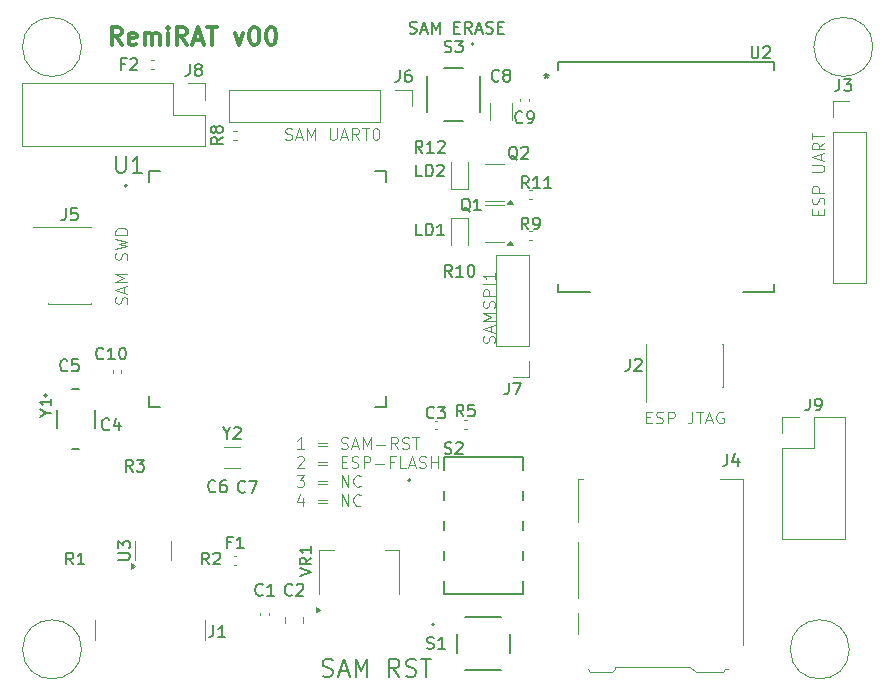
<source format=gbr>
%TF.GenerationSoftware,KiCad,Pcbnew,9.0.3*%
%TF.CreationDate,2025-07-12T13:39:52+12:00*%
%TF.ProjectId,RemiRAT,52656d69-5241-4542-9e6b-696361645f70,rev?*%
%TF.SameCoordinates,Original*%
%TF.FileFunction,Legend,Top*%
%TF.FilePolarity,Positive*%
%FSLAX46Y46*%
G04 Gerber Fmt 4.6, Leading zero omitted, Abs format (unit mm)*
G04 Created by KiCad (PCBNEW 9.0.3) date 2025-07-12 13:39:52*
%MOMM*%
%LPD*%
G01*
G04 APERTURE LIST*
%ADD10C,0.100000*%
%ADD11C,0.150000*%
%ADD12C,0.187500*%
%ADD13C,0.300000*%
%ADD14C,0.120000*%
%ADD15C,0.127000*%
%ADD16C,0.200000*%
%ADD17C,0.152400*%
G04 APERTURE END LIST*
D10*
X189500000Y-67000000D02*
G75*
G02*
X184500000Y-67000000I-2500000J0D01*
G01*
X184500000Y-67000000D02*
G75*
G02*
X189500000Y-67000000I2500000J0D01*
G01*
X122500000Y-118000000D02*
G75*
G02*
X117500000Y-118000000I-2500000J0D01*
G01*
X117500000Y-118000000D02*
G75*
G02*
X122500000Y-118000000I2500000J0D01*
G01*
X187500000Y-118000000D02*
G75*
G02*
X182500000Y-118000000I-2500000J0D01*
G01*
X182500000Y-118000000D02*
G75*
G02*
X187500000Y-118000000I2500000J0D01*
G01*
X122500000Y-67000000D02*
G75*
G02*
X117500000Y-67000000I-2500000J0D01*
G01*
X117500000Y-67000000D02*
G75*
G02*
X122500000Y-67000000I2500000J0D01*
G01*
X170303884Y-98348609D02*
X170637217Y-98348609D01*
X170780074Y-98872419D02*
X170303884Y-98872419D01*
X170303884Y-98872419D02*
X170303884Y-97872419D01*
X170303884Y-97872419D02*
X170780074Y-97872419D01*
X171161027Y-98824800D02*
X171303884Y-98872419D01*
X171303884Y-98872419D02*
X171541979Y-98872419D01*
X171541979Y-98872419D02*
X171637217Y-98824800D01*
X171637217Y-98824800D02*
X171684836Y-98777180D01*
X171684836Y-98777180D02*
X171732455Y-98681942D01*
X171732455Y-98681942D02*
X171732455Y-98586704D01*
X171732455Y-98586704D02*
X171684836Y-98491466D01*
X171684836Y-98491466D02*
X171637217Y-98443847D01*
X171637217Y-98443847D02*
X171541979Y-98396228D01*
X171541979Y-98396228D02*
X171351503Y-98348609D01*
X171351503Y-98348609D02*
X171256265Y-98300990D01*
X171256265Y-98300990D02*
X171208646Y-98253371D01*
X171208646Y-98253371D02*
X171161027Y-98158133D01*
X171161027Y-98158133D02*
X171161027Y-98062895D01*
X171161027Y-98062895D02*
X171208646Y-97967657D01*
X171208646Y-97967657D02*
X171256265Y-97920038D01*
X171256265Y-97920038D02*
X171351503Y-97872419D01*
X171351503Y-97872419D02*
X171589598Y-97872419D01*
X171589598Y-97872419D02*
X171732455Y-97920038D01*
X172161027Y-98872419D02*
X172161027Y-97872419D01*
X172161027Y-97872419D02*
X172541979Y-97872419D01*
X172541979Y-97872419D02*
X172637217Y-97920038D01*
X172637217Y-97920038D02*
X172684836Y-97967657D01*
X172684836Y-97967657D02*
X172732455Y-98062895D01*
X172732455Y-98062895D02*
X172732455Y-98205752D01*
X172732455Y-98205752D02*
X172684836Y-98300990D01*
X172684836Y-98300990D02*
X172637217Y-98348609D01*
X172637217Y-98348609D02*
X172541979Y-98396228D01*
X172541979Y-98396228D02*
X172161027Y-98396228D01*
X174208646Y-97872419D02*
X174208646Y-98586704D01*
X174208646Y-98586704D02*
X174161027Y-98729561D01*
X174161027Y-98729561D02*
X174065789Y-98824800D01*
X174065789Y-98824800D02*
X173922932Y-98872419D01*
X173922932Y-98872419D02*
X173827694Y-98872419D01*
X174541980Y-97872419D02*
X175113408Y-97872419D01*
X174827694Y-98872419D02*
X174827694Y-97872419D01*
X175399123Y-98586704D02*
X175875313Y-98586704D01*
X175303885Y-98872419D02*
X175637218Y-97872419D01*
X175637218Y-97872419D02*
X175970551Y-98872419D01*
X176827694Y-97920038D02*
X176732456Y-97872419D01*
X176732456Y-97872419D02*
X176589599Y-97872419D01*
X176589599Y-97872419D02*
X176446742Y-97920038D01*
X176446742Y-97920038D02*
X176351504Y-98015276D01*
X176351504Y-98015276D02*
X176303885Y-98110514D01*
X176303885Y-98110514D02*
X176256266Y-98300990D01*
X176256266Y-98300990D02*
X176256266Y-98443847D01*
X176256266Y-98443847D02*
X176303885Y-98634323D01*
X176303885Y-98634323D02*
X176351504Y-98729561D01*
X176351504Y-98729561D02*
X176446742Y-98824800D01*
X176446742Y-98824800D02*
X176589599Y-98872419D01*
X176589599Y-98872419D02*
X176684837Y-98872419D01*
X176684837Y-98872419D02*
X176827694Y-98824800D01*
X176827694Y-98824800D02*
X176875313Y-98777180D01*
X176875313Y-98777180D02*
X176875313Y-98443847D01*
X176875313Y-98443847D02*
X176684837Y-98443847D01*
D11*
X150289160Y-65822200D02*
X150432017Y-65869819D01*
X150432017Y-65869819D02*
X150670112Y-65869819D01*
X150670112Y-65869819D02*
X150765350Y-65822200D01*
X150765350Y-65822200D02*
X150812969Y-65774580D01*
X150812969Y-65774580D02*
X150860588Y-65679342D01*
X150860588Y-65679342D02*
X150860588Y-65584104D01*
X150860588Y-65584104D02*
X150812969Y-65488866D01*
X150812969Y-65488866D02*
X150765350Y-65441247D01*
X150765350Y-65441247D02*
X150670112Y-65393628D01*
X150670112Y-65393628D02*
X150479636Y-65346009D01*
X150479636Y-65346009D02*
X150384398Y-65298390D01*
X150384398Y-65298390D02*
X150336779Y-65250771D01*
X150336779Y-65250771D02*
X150289160Y-65155533D01*
X150289160Y-65155533D02*
X150289160Y-65060295D01*
X150289160Y-65060295D02*
X150336779Y-64965057D01*
X150336779Y-64965057D02*
X150384398Y-64917438D01*
X150384398Y-64917438D02*
X150479636Y-64869819D01*
X150479636Y-64869819D02*
X150717731Y-64869819D01*
X150717731Y-64869819D02*
X150860588Y-64917438D01*
X151241541Y-65584104D02*
X151717731Y-65584104D01*
X151146303Y-65869819D02*
X151479636Y-64869819D01*
X151479636Y-64869819D02*
X151812969Y-65869819D01*
X152146303Y-65869819D02*
X152146303Y-64869819D01*
X152146303Y-64869819D02*
X152479636Y-65584104D01*
X152479636Y-65584104D02*
X152812969Y-64869819D01*
X152812969Y-64869819D02*
X152812969Y-65869819D01*
X154051065Y-65346009D02*
X154384398Y-65346009D01*
X154527255Y-65869819D02*
X154051065Y-65869819D01*
X154051065Y-65869819D02*
X154051065Y-64869819D01*
X154051065Y-64869819D02*
X154527255Y-64869819D01*
X155527255Y-65869819D02*
X155193922Y-65393628D01*
X154955827Y-65869819D02*
X154955827Y-64869819D01*
X154955827Y-64869819D02*
X155336779Y-64869819D01*
X155336779Y-64869819D02*
X155432017Y-64917438D01*
X155432017Y-64917438D02*
X155479636Y-64965057D01*
X155479636Y-64965057D02*
X155527255Y-65060295D01*
X155527255Y-65060295D02*
X155527255Y-65203152D01*
X155527255Y-65203152D02*
X155479636Y-65298390D01*
X155479636Y-65298390D02*
X155432017Y-65346009D01*
X155432017Y-65346009D02*
X155336779Y-65393628D01*
X155336779Y-65393628D02*
X154955827Y-65393628D01*
X155908208Y-65584104D02*
X156384398Y-65584104D01*
X155812970Y-65869819D02*
X156146303Y-64869819D01*
X156146303Y-64869819D02*
X156479636Y-65869819D01*
X156765351Y-65822200D02*
X156908208Y-65869819D01*
X156908208Y-65869819D02*
X157146303Y-65869819D01*
X157146303Y-65869819D02*
X157241541Y-65822200D01*
X157241541Y-65822200D02*
X157289160Y-65774580D01*
X157289160Y-65774580D02*
X157336779Y-65679342D01*
X157336779Y-65679342D02*
X157336779Y-65584104D01*
X157336779Y-65584104D02*
X157289160Y-65488866D01*
X157289160Y-65488866D02*
X157241541Y-65441247D01*
X157241541Y-65441247D02*
X157146303Y-65393628D01*
X157146303Y-65393628D02*
X156955827Y-65346009D01*
X156955827Y-65346009D02*
X156860589Y-65298390D01*
X156860589Y-65298390D02*
X156812970Y-65250771D01*
X156812970Y-65250771D02*
X156765351Y-65155533D01*
X156765351Y-65155533D02*
X156765351Y-65060295D01*
X156765351Y-65060295D02*
X156812970Y-64965057D01*
X156812970Y-64965057D02*
X156860589Y-64917438D01*
X156860589Y-64917438D02*
X156955827Y-64869819D01*
X156955827Y-64869819D02*
X157193922Y-64869819D01*
X157193922Y-64869819D02*
X157336779Y-64917438D01*
X157765351Y-65346009D02*
X158098684Y-65346009D01*
X158241541Y-65869819D02*
X157765351Y-65869819D01*
X157765351Y-65869819D02*
X157765351Y-64869819D01*
X157765351Y-64869819D02*
X158241541Y-64869819D01*
D12*
X142909069Y-120235250D02*
X143123355Y-120306678D01*
X143123355Y-120306678D02*
X143480497Y-120306678D01*
X143480497Y-120306678D02*
X143623355Y-120235250D01*
X143623355Y-120235250D02*
X143694783Y-120163821D01*
X143694783Y-120163821D02*
X143766212Y-120020964D01*
X143766212Y-120020964D02*
X143766212Y-119878107D01*
X143766212Y-119878107D02*
X143694783Y-119735250D01*
X143694783Y-119735250D02*
X143623355Y-119663821D01*
X143623355Y-119663821D02*
X143480497Y-119592392D01*
X143480497Y-119592392D02*
X143194783Y-119520964D01*
X143194783Y-119520964D02*
X143051926Y-119449535D01*
X143051926Y-119449535D02*
X142980497Y-119378107D01*
X142980497Y-119378107D02*
X142909069Y-119235250D01*
X142909069Y-119235250D02*
X142909069Y-119092392D01*
X142909069Y-119092392D02*
X142980497Y-118949535D01*
X142980497Y-118949535D02*
X143051926Y-118878107D01*
X143051926Y-118878107D02*
X143194783Y-118806678D01*
X143194783Y-118806678D02*
X143551926Y-118806678D01*
X143551926Y-118806678D02*
X143766212Y-118878107D01*
X144337640Y-119878107D02*
X145051926Y-119878107D01*
X144194783Y-120306678D02*
X144694783Y-118806678D01*
X144694783Y-118806678D02*
X145194783Y-120306678D01*
X145694782Y-120306678D02*
X145694782Y-118806678D01*
X145694782Y-118806678D02*
X146194782Y-119878107D01*
X146194782Y-119878107D02*
X146694782Y-118806678D01*
X146694782Y-118806678D02*
X146694782Y-120306678D01*
X149409068Y-120306678D02*
X148909068Y-119592392D01*
X148551925Y-120306678D02*
X148551925Y-118806678D01*
X148551925Y-118806678D02*
X149123354Y-118806678D01*
X149123354Y-118806678D02*
X149266211Y-118878107D01*
X149266211Y-118878107D02*
X149337640Y-118949535D01*
X149337640Y-118949535D02*
X149409068Y-119092392D01*
X149409068Y-119092392D02*
X149409068Y-119306678D01*
X149409068Y-119306678D02*
X149337640Y-119449535D01*
X149337640Y-119449535D02*
X149266211Y-119520964D01*
X149266211Y-119520964D02*
X149123354Y-119592392D01*
X149123354Y-119592392D02*
X148551925Y-119592392D01*
X149980497Y-120235250D02*
X150194783Y-120306678D01*
X150194783Y-120306678D02*
X150551925Y-120306678D01*
X150551925Y-120306678D02*
X150694783Y-120235250D01*
X150694783Y-120235250D02*
X150766211Y-120163821D01*
X150766211Y-120163821D02*
X150837640Y-120020964D01*
X150837640Y-120020964D02*
X150837640Y-119878107D01*
X150837640Y-119878107D02*
X150766211Y-119735250D01*
X150766211Y-119735250D02*
X150694783Y-119663821D01*
X150694783Y-119663821D02*
X150551925Y-119592392D01*
X150551925Y-119592392D02*
X150266211Y-119520964D01*
X150266211Y-119520964D02*
X150123354Y-119449535D01*
X150123354Y-119449535D02*
X150051925Y-119378107D01*
X150051925Y-119378107D02*
X149980497Y-119235250D01*
X149980497Y-119235250D02*
X149980497Y-119092392D01*
X149980497Y-119092392D02*
X150051925Y-118949535D01*
X150051925Y-118949535D02*
X150123354Y-118878107D01*
X150123354Y-118878107D02*
X150266211Y-118806678D01*
X150266211Y-118806678D02*
X150623354Y-118806678D01*
X150623354Y-118806678D02*
X150837640Y-118878107D01*
X151266211Y-118806678D02*
X152123354Y-118806678D01*
X151694782Y-120306678D02*
X151694782Y-118806678D01*
D10*
X141327693Y-101042587D02*
X140756265Y-101042587D01*
X141041979Y-101042587D02*
X141041979Y-100042587D01*
X141041979Y-100042587D02*
X140946741Y-100185444D01*
X140946741Y-100185444D02*
X140851503Y-100280682D01*
X140851503Y-100280682D02*
X140756265Y-100328301D01*
X142518170Y-100518777D02*
X143280075Y-100518777D01*
X143280075Y-100804491D02*
X142518170Y-100804491D01*
X144470551Y-100994968D02*
X144613408Y-101042587D01*
X144613408Y-101042587D02*
X144851503Y-101042587D01*
X144851503Y-101042587D02*
X144946741Y-100994968D01*
X144946741Y-100994968D02*
X144994360Y-100947348D01*
X144994360Y-100947348D02*
X145041979Y-100852110D01*
X145041979Y-100852110D02*
X145041979Y-100756872D01*
X145041979Y-100756872D02*
X144994360Y-100661634D01*
X144994360Y-100661634D02*
X144946741Y-100614015D01*
X144946741Y-100614015D02*
X144851503Y-100566396D01*
X144851503Y-100566396D02*
X144661027Y-100518777D01*
X144661027Y-100518777D02*
X144565789Y-100471158D01*
X144565789Y-100471158D02*
X144518170Y-100423539D01*
X144518170Y-100423539D02*
X144470551Y-100328301D01*
X144470551Y-100328301D02*
X144470551Y-100233063D01*
X144470551Y-100233063D02*
X144518170Y-100137825D01*
X144518170Y-100137825D02*
X144565789Y-100090206D01*
X144565789Y-100090206D02*
X144661027Y-100042587D01*
X144661027Y-100042587D02*
X144899122Y-100042587D01*
X144899122Y-100042587D02*
X145041979Y-100090206D01*
X145422932Y-100756872D02*
X145899122Y-100756872D01*
X145327694Y-101042587D02*
X145661027Y-100042587D01*
X145661027Y-100042587D02*
X145994360Y-101042587D01*
X146327694Y-101042587D02*
X146327694Y-100042587D01*
X146327694Y-100042587D02*
X146661027Y-100756872D01*
X146661027Y-100756872D02*
X146994360Y-100042587D01*
X146994360Y-100042587D02*
X146994360Y-101042587D01*
X147470551Y-100661634D02*
X148232456Y-100661634D01*
X149280074Y-101042587D02*
X148946741Y-100566396D01*
X148708646Y-101042587D02*
X148708646Y-100042587D01*
X148708646Y-100042587D02*
X149089598Y-100042587D01*
X149089598Y-100042587D02*
X149184836Y-100090206D01*
X149184836Y-100090206D02*
X149232455Y-100137825D01*
X149232455Y-100137825D02*
X149280074Y-100233063D01*
X149280074Y-100233063D02*
X149280074Y-100375920D01*
X149280074Y-100375920D02*
X149232455Y-100471158D01*
X149232455Y-100471158D02*
X149184836Y-100518777D01*
X149184836Y-100518777D02*
X149089598Y-100566396D01*
X149089598Y-100566396D02*
X148708646Y-100566396D01*
X149661027Y-100994968D02*
X149803884Y-101042587D01*
X149803884Y-101042587D02*
X150041979Y-101042587D01*
X150041979Y-101042587D02*
X150137217Y-100994968D01*
X150137217Y-100994968D02*
X150184836Y-100947348D01*
X150184836Y-100947348D02*
X150232455Y-100852110D01*
X150232455Y-100852110D02*
X150232455Y-100756872D01*
X150232455Y-100756872D02*
X150184836Y-100661634D01*
X150184836Y-100661634D02*
X150137217Y-100614015D01*
X150137217Y-100614015D02*
X150041979Y-100566396D01*
X150041979Y-100566396D02*
X149851503Y-100518777D01*
X149851503Y-100518777D02*
X149756265Y-100471158D01*
X149756265Y-100471158D02*
X149708646Y-100423539D01*
X149708646Y-100423539D02*
X149661027Y-100328301D01*
X149661027Y-100328301D02*
X149661027Y-100233063D01*
X149661027Y-100233063D02*
X149708646Y-100137825D01*
X149708646Y-100137825D02*
X149756265Y-100090206D01*
X149756265Y-100090206D02*
X149851503Y-100042587D01*
X149851503Y-100042587D02*
X150089598Y-100042587D01*
X150089598Y-100042587D02*
X150232455Y-100090206D01*
X150518170Y-100042587D02*
X151089598Y-100042587D01*
X150803884Y-101042587D02*
X150803884Y-100042587D01*
X140756265Y-101747769D02*
X140803884Y-101700150D01*
X140803884Y-101700150D02*
X140899122Y-101652531D01*
X140899122Y-101652531D02*
X141137217Y-101652531D01*
X141137217Y-101652531D02*
X141232455Y-101700150D01*
X141232455Y-101700150D02*
X141280074Y-101747769D01*
X141280074Y-101747769D02*
X141327693Y-101843007D01*
X141327693Y-101843007D02*
X141327693Y-101938245D01*
X141327693Y-101938245D02*
X141280074Y-102081102D01*
X141280074Y-102081102D02*
X140708646Y-102652531D01*
X140708646Y-102652531D02*
X141327693Y-102652531D01*
X142518170Y-102128721D02*
X143280075Y-102128721D01*
X143280075Y-102414435D02*
X142518170Y-102414435D01*
X144518170Y-102128721D02*
X144851503Y-102128721D01*
X144994360Y-102652531D02*
X144518170Y-102652531D01*
X144518170Y-102652531D02*
X144518170Y-101652531D01*
X144518170Y-101652531D02*
X144994360Y-101652531D01*
X145375313Y-102604912D02*
X145518170Y-102652531D01*
X145518170Y-102652531D02*
X145756265Y-102652531D01*
X145756265Y-102652531D02*
X145851503Y-102604912D01*
X145851503Y-102604912D02*
X145899122Y-102557292D01*
X145899122Y-102557292D02*
X145946741Y-102462054D01*
X145946741Y-102462054D02*
X145946741Y-102366816D01*
X145946741Y-102366816D02*
X145899122Y-102271578D01*
X145899122Y-102271578D02*
X145851503Y-102223959D01*
X145851503Y-102223959D02*
X145756265Y-102176340D01*
X145756265Y-102176340D02*
X145565789Y-102128721D01*
X145565789Y-102128721D02*
X145470551Y-102081102D01*
X145470551Y-102081102D02*
X145422932Y-102033483D01*
X145422932Y-102033483D02*
X145375313Y-101938245D01*
X145375313Y-101938245D02*
X145375313Y-101843007D01*
X145375313Y-101843007D02*
X145422932Y-101747769D01*
X145422932Y-101747769D02*
X145470551Y-101700150D01*
X145470551Y-101700150D02*
X145565789Y-101652531D01*
X145565789Y-101652531D02*
X145803884Y-101652531D01*
X145803884Y-101652531D02*
X145946741Y-101700150D01*
X146375313Y-102652531D02*
X146375313Y-101652531D01*
X146375313Y-101652531D02*
X146756265Y-101652531D01*
X146756265Y-101652531D02*
X146851503Y-101700150D01*
X146851503Y-101700150D02*
X146899122Y-101747769D01*
X146899122Y-101747769D02*
X146946741Y-101843007D01*
X146946741Y-101843007D02*
X146946741Y-101985864D01*
X146946741Y-101985864D02*
X146899122Y-102081102D01*
X146899122Y-102081102D02*
X146851503Y-102128721D01*
X146851503Y-102128721D02*
X146756265Y-102176340D01*
X146756265Y-102176340D02*
X146375313Y-102176340D01*
X147375313Y-102271578D02*
X148137218Y-102271578D01*
X148946741Y-102128721D02*
X148613408Y-102128721D01*
X148613408Y-102652531D02*
X148613408Y-101652531D01*
X148613408Y-101652531D02*
X149089598Y-101652531D01*
X149946741Y-102652531D02*
X149470551Y-102652531D01*
X149470551Y-102652531D02*
X149470551Y-101652531D01*
X150232456Y-102366816D02*
X150708646Y-102366816D01*
X150137218Y-102652531D02*
X150470551Y-101652531D01*
X150470551Y-101652531D02*
X150803884Y-102652531D01*
X151089599Y-102604912D02*
X151232456Y-102652531D01*
X151232456Y-102652531D02*
X151470551Y-102652531D01*
X151470551Y-102652531D02*
X151565789Y-102604912D01*
X151565789Y-102604912D02*
X151613408Y-102557292D01*
X151613408Y-102557292D02*
X151661027Y-102462054D01*
X151661027Y-102462054D02*
X151661027Y-102366816D01*
X151661027Y-102366816D02*
X151613408Y-102271578D01*
X151613408Y-102271578D02*
X151565789Y-102223959D01*
X151565789Y-102223959D02*
X151470551Y-102176340D01*
X151470551Y-102176340D02*
X151280075Y-102128721D01*
X151280075Y-102128721D02*
X151184837Y-102081102D01*
X151184837Y-102081102D02*
X151137218Y-102033483D01*
X151137218Y-102033483D02*
X151089599Y-101938245D01*
X151089599Y-101938245D02*
X151089599Y-101843007D01*
X151089599Y-101843007D02*
X151137218Y-101747769D01*
X151137218Y-101747769D02*
X151184837Y-101700150D01*
X151184837Y-101700150D02*
X151280075Y-101652531D01*
X151280075Y-101652531D02*
X151518170Y-101652531D01*
X151518170Y-101652531D02*
X151661027Y-101700150D01*
X152089599Y-102652531D02*
X152089599Y-101652531D01*
X152089599Y-102128721D02*
X152661027Y-102128721D01*
X152661027Y-102652531D02*
X152661027Y-101652531D01*
X140708646Y-103262475D02*
X141327693Y-103262475D01*
X141327693Y-103262475D02*
X140994360Y-103643427D01*
X140994360Y-103643427D02*
X141137217Y-103643427D01*
X141137217Y-103643427D02*
X141232455Y-103691046D01*
X141232455Y-103691046D02*
X141280074Y-103738665D01*
X141280074Y-103738665D02*
X141327693Y-103833903D01*
X141327693Y-103833903D02*
X141327693Y-104071998D01*
X141327693Y-104071998D02*
X141280074Y-104167236D01*
X141280074Y-104167236D02*
X141232455Y-104214856D01*
X141232455Y-104214856D02*
X141137217Y-104262475D01*
X141137217Y-104262475D02*
X140851503Y-104262475D01*
X140851503Y-104262475D02*
X140756265Y-104214856D01*
X140756265Y-104214856D02*
X140708646Y-104167236D01*
X142518170Y-103738665D02*
X143280075Y-103738665D01*
X143280075Y-104024379D02*
X142518170Y-104024379D01*
X144518170Y-104262475D02*
X144518170Y-103262475D01*
X144518170Y-103262475D02*
X145089598Y-104262475D01*
X145089598Y-104262475D02*
X145089598Y-103262475D01*
X146137217Y-104167236D02*
X146089598Y-104214856D01*
X146089598Y-104214856D02*
X145946741Y-104262475D01*
X145946741Y-104262475D02*
X145851503Y-104262475D01*
X145851503Y-104262475D02*
X145708646Y-104214856D01*
X145708646Y-104214856D02*
X145613408Y-104119617D01*
X145613408Y-104119617D02*
X145565789Y-104024379D01*
X145565789Y-104024379D02*
X145518170Y-103833903D01*
X145518170Y-103833903D02*
X145518170Y-103691046D01*
X145518170Y-103691046D02*
X145565789Y-103500570D01*
X145565789Y-103500570D02*
X145613408Y-103405332D01*
X145613408Y-103405332D02*
X145708646Y-103310094D01*
X145708646Y-103310094D02*
X145851503Y-103262475D01*
X145851503Y-103262475D02*
X145946741Y-103262475D01*
X145946741Y-103262475D02*
X146089598Y-103310094D01*
X146089598Y-103310094D02*
X146137217Y-103357713D01*
X141232455Y-105205752D02*
X141232455Y-105872419D01*
X140994360Y-104824800D02*
X140756265Y-105539085D01*
X140756265Y-105539085D02*
X141375312Y-105539085D01*
X142518170Y-105348609D02*
X143280075Y-105348609D01*
X143280075Y-105634323D02*
X142518170Y-105634323D01*
X144518170Y-105872419D02*
X144518170Y-104872419D01*
X144518170Y-104872419D02*
X145089598Y-105872419D01*
X145089598Y-105872419D02*
X145089598Y-104872419D01*
X146137217Y-105777180D02*
X146089598Y-105824800D01*
X146089598Y-105824800D02*
X145946741Y-105872419D01*
X145946741Y-105872419D02*
X145851503Y-105872419D01*
X145851503Y-105872419D02*
X145708646Y-105824800D01*
X145708646Y-105824800D02*
X145613408Y-105729561D01*
X145613408Y-105729561D02*
X145565789Y-105634323D01*
X145565789Y-105634323D02*
X145518170Y-105443847D01*
X145518170Y-105443847D02*
X145518170Y-105300990D01*
X145518170Y-105300990D02*
X145565789Y-105110514D01*
X145565789Y-105110514D02*
X145613408Y-105015276D01*
X145613408Y-105015276D02*
X145708646Y-104920038D01*
X145708646Y-104920038D02*
X145851503Y-104872419D01*
X145851503Y-104872419D02*
X145946741Y-104872419D01*
X145946741Y-104872419D02*
X146089598Y-104920038D01*
X146089598Y-104920038D02*
X146137217Y-104967657D01*
X139756265Y-74824800D02*
X139899122Y-74872419D01*
X139899122Y-74872419D02*
X140137217Y-74872419D01*
X140137217Y-74872419D02*
X140232455Y-74824800D01*
X140232455Y-74824800D02*
X140280074Y-74777180D01*
X140280074Y-74777180D02*
X140327693Y-74681942D01*
X140327693Y-74681942D02*
X140327693Y-74586704D01*
X140327693Y-74586704D02*
X140280074Y-74491466D01*
X140280074Y-74491466D02*
X140232455Y-74443847D01*
X140232455Y-74443847D02*
X140137217Y-74396228D01*
X140137217Y-74396228D02*
X139946741Y-74348609D01*
X139946741Y-74348609D02*
X139851503Y-74300990D01*
X139851503Y-74300990D02*
X139803884Y-74253371D01*
X139803884Y-74253371D02*
X139756265Y-74158133D01*
X139756265Y-74158133D02*
X139756265Y-74062895D01*
X139756265Y-74062895D02*
X139803884Y-73967657D01*
X139803884Y-73967657D02*
X139851503Y-73920038D01*
X139851503Y-73920038D02*
X139946741Y-73872419D01*
X139946741Y-73872419D02*
X140184836Y-73872419D01*
X140184836Y-73872419D02*
X140327693Y-73920038D01*
X140708646Y-74586704D02*
X141184836Y-74586704D01*
X140613408Y-74872419D02*
X140946741Y-73872419D01*
X140946741Y-73872419D02*
X141280074Y-74872419D01*
X141613408Y-74872419D02*
X141613408Y-73872419D01*
X141613408Y-73872419D02*
X141946741Y-74586704D01*
X141946741Y-74586704D02*
X142280074Y-73872419D01*
X142280074Y-73872419D02*
X142280074Y-74872419D01*
X143518170Y-73872419D02*
X143518170Y-74681942D01*
X143518170Y-74681942D02*
X143565789Y-74777180D01*
X143565789Y-74777180D02*
X143613408Y-74824800D01*
X143613408Y-74824800D02*
X143708646Y-74872419D01*
X143708646Y-74872419D02*
X143899122Y-74872419D01*
X143899122Y-74872419D02*
X143994360Y-74824800D01*
X143994360Y-74824800D02*
X144041979Y-74777180D01*
X144041979Y-74777180D02*
X144089598Y-74681942D01*
X144089598Y-74681942D02*
X144089598Y-73872419D01*
X144518170Y-74586704D02*
X144994360Y-74586704D01*
X144422932Y-74872419D02*
X144756265Y-73872419D01*
X144756265Y-73872419D02*
X145089598Y-74872419D01*
X145994360Y-74872419D02*
X145661027Y-74396228D01*
X145422932Y-74872419D02*
X145422932Y-73872419D01*
X145422932Y-73872419D02*
X145803884Y-73872419D01*
X145803884Y-73872419D02*
X145899122Y-73920038D01*
X145899122Y-73920038D02*
X145946741Y-73967657D01*
X145946741Y-73967657D02*
X145994360Y-74062895D01*
X145994360Y-74062895D02*
X145994360Y-74205752D01*
X145994360Y-74205752D02*
X145946741Y-74300990D01*
X145946741Y-74300990D02*
X145899122Y-74348609D01*
X145899122Y-74348609D02*
X145803884Y-74396228D01*
X145803884Y-74396228D02*
X145422932Y-74396228D01*
X146280075Y-73872419D02*
X146851503Y-73872419D01*
X146565789Y-74872419D02*
X146565789Y-73872419D01*
X147375313Y-73872419D02*
X147470551Y-73872419D01*
X147470551Y-73872419D02*
X147565789Y-73920038D01*
X147565789Y-73920038D02*
X147613408Y-73967657D01*
X147613408Y-73967657D02*
X147661027Y-74062895D01*
X147661027Y-74062895D02*
X147708646Y-74253371D01*
X147708646Y-74253371D02*
X147708646Y-74491466D01*
X147708646Y-74491466D02*
X147661027Y-74681942D01*
X147661027Y-74681942D02*
X147613408Y-74777180D01*
X147613408Y-74777180D02*
X147565789Y-74824800D01*
X147565789Y-74824800D02*
X147470551Y-74872419D01*
X147470551Y-74872419D02*
X147375313Y-74872419D01*
X147375313Y-74872419D02*
X147280075Y-74824800D01*
X147280075Y-74824800D02*
X147232456Y-74777180D01*
X147232456Y-74777180D02*
X147184837Y-74681942D01*
X147184837Y-74681942D02*
X147137218Y-74491466D01*
X147137218Y-74491466D02*
X147137218Y-74253371D01*
X147137218Y-74253371D02*
X147184837Y-74062895D01*
X147184837Y-74062895D02*
X147232456Y-73967657D01*
X147232456Y-73967657D02*
X147280075Y-73920038D01*
X147280075Y-73920038D02*
X147375313Y-73872419D01*
X126324800Y-88743734D02*
X126372419Y-88600877D01*
X126372419Y-88600877D02*
X126372419Y-88362782D01*
X126372419Y-88362782D02*
X126324800Y-88267544D01*
X126324800Y-88267544D02*
X126277180Y-88219925D01*
X126277180Y-88219925D02*
X126181942Y-88172306D01*
X126181942Y-88172306D02*
X126086704Y-88172306D01*
X126086704Y-88172306D02*
X125991466Y-88219925D01*
X125991466Y-88219925D02*
X125943847Y-88267544D01*
X125943847Y-88267544D02*
X125896228Y-88362782D01*
X125896228Y-88362782D02*
X125848609Y-88553258D01*
X125848609Y-88553258D02*
X125800990Y-88648496D01*
X125800990Y-88648496D02*
X125753371Y-88696115D01*
X125753371Y-88696115D02*
X125658133Y-88743734D01*
X125658133Y-88743734D02*
X125562895Y-88743734D01*
X125562895Y-88743734D02*
X125467657Y-88696115D01*
X125467657Y-88696115D02*
X125420038Y-88648496D01*
X125420038Y-88648496D02*
X125372419Y-88553258D01*
X125372419Y-88553258D02*
X125372419Y-88315163D01*
X125372419Y-88315163D02*
X125420038Y-88172306D01*
X126086704Y-87791353D02*
X126086704Y-87315163D01*
X126372419Y-87886591D02*
X125372419Y-87553258D01*
X125372419Y-87553258D02*
X126372419Y-87219925D01*
X126372419Y-86886591D02*
X125372419Y-86886591D01*
X125372419Y-86886591D02*
X126086704Y-86553258D01*
X126086704Y-86553258D02*
X125372419Y-86219925D01*
X125372419Y-86219925D02*
X126372419Y-86219925D01*
X126324800Y-85029448D02*
X126372419Y-84886591D01*
X126372419Y-84886591D02*
X126372419Y-84648496D01*
X126372419Y-84648496D02*
X126324800Y-84553258D01*
X126324800Y-84553258D02*
X126277180Y-84505639D01*
X126277180Y-84505639D02*
X126181942Y-84458020D01*
X126181942Y-84458020D02*
X126086704Y-84458020D01*
X126086704Y-84458020D02*
X125991466Y-84505639D01*
X125991466Y-84505639D02*
X125943847Y-84553258D01*
X125943847Y-84553258D02*
X125896228Y-84648496D01*
X125896228Y-84648496D02*
X125848609Y-84838972D01*
X125848609Y-84838972D02*
X125800990Y-84934210D01*
X125800990Y-84934210D02*
X125753371Y-84981829D01*
X125753371Y-84981829D02*
X125658133Y-85029448D01*
X125658133Y-85029448D02*
X125562895Y-85029448D01*
X125562895Y-85029448D02*
X125467657Y-84981829D01*
X125467657Y-84981829D02*
X125420038Y-84934210D01*
X125420038Y-84934210D02*
X125372419Y-84838972D01*
X125372419Y-84838972D02*
X125372419Y-84600877D01*
X125372419Y-84600877D02*
X125420038Y-84458020D01*
X125372419Y-84124686D02*
X126372419Y-83886591D01*
X126372419Y-83886591D02*
X125658133Y-83696115D01*
X125658133Y-83696115D02*
X126372419Y-83505639D01*
X126372419Y-83505639D02*
X125372419Y-83267544D01*
X126372419Y-82886591D02*
X125372419Y-82886591D01*
X125372419Y-82886591D02*
X125372419Y-82648496D01*
X125372419Y-82648496D02*
X125420038Y-82505639D01*
X125420038Y-82505639D02*
X125515276Y-82410401D01*
X125515276Y-82410401D02*
X125610514Y-82362782D01*
X125610514Y-82362782D02*
X125800990Y-82315163D01*
X125800990Y-82315163D02*
X125943847Y-82315163D01*
X125943847Y-82315163D02*
X126134323Y-82362782D01*
X126134323Y-82362782D02*
X126229561Y-82410401D01*
X126229561Y-82410401D02*
X126324800Y-82505639D01*
X126324800Y-82505639D02*
X126372419Y-82648496D01*
X126372419Y-82648496D02*
X126372419Y-82886591D01*
X184848609Y-81196115D02*
X184848609Y-80862782D01*
X185372419Y-80719925D02*
X185372419Y-81196115D01*
X185372419Y-81196115D02*
X184372419Y-81196115D01*
X184372419Y-81196115D02*
X184372419Y-80719925D01*
X185324800Y-80338972D02*
X185372419Y-80196115D01*
X185372419Y-80196115D02*
X185372419Y-79958020D01*
X185372419Y-79958020D02*
X185324800Y-79862782D01*
X185324800Y-79862782D02*
X185277180Y-79815163D01*
X185277180Y-79815163D02*
X185181942Y-79767544D01*
X185181942Y-79767544D02*
X185086704Y-79767544D01*
X185086704Y-79767544D02*
X184991466Y-79815163D01*
X184991466Y-79815163D02*
X184943847Y-79862782D01*
X184943847Y-79862782D02*
X184896228Y-79958020D01*
X184896228Y-79958020D02*
X184848609Y-80148496D01*
X184848609Y-80148496D02*
X184800990Y-80243734D01*
X184800990Y-80243734D02*
X184753371Y-80291353D01*
X184753371Y-80291353D02*
X184658133Y-80338972D01*
X184658133Y-80338972D02*
X184562895Y-80338972D01*
X184562895Y-80338972D02*
X184467657Y-80291353D01*
X184467657Y-80291353D02*
X184420038Y-80243734D01*
X184420038Y-80243734D02*
X184372419Y-80148496D01*
X184372419Y-80148496D02*
X184372419Y-79910401D01*
X184372419Y-79910401D02*
X184420038Y-79767544D01*
X185372419Y-79338972D02*
X184372419Y-79338972D01*
X184372419Y-79338972D02*
X184372419Y-78958020D01*
X184372419Y-78958020D02*
X184420038Y-78862782D01*
X184420038Y-78862782D02*
X184467657Y-78815163D01*
X184467657Y-78815163D02*
X184562895Y-78767544D01*
X184562895Y-78767544D02*
X184705752Y-78767544D01*
X184705752Y-78767544D02*
X184800990Y-78815163D01*
X184800990Y-78815163D02*
X184848609Y-78862782D01*
X184848609Y-78862782D02*
X184896228Y-78958020D01*
X184896228Y-78958020D02*
X184896228Y-79338972D01*
X184372419Y-77577067D02*
X185181942Y-77577067D01*
X185181942Y-77577067D02*
X185277180Y-77529448D01*
X185277180Y-77529448D02*
X185324800Y-77481829D01*
X185324800Y-77481829D02*
X185372419Y-77386591D01*
X185372419Y-77386591D02*
X185372419Y-77196115D01*
X185372419Y-77196115D02*
X185324800Y-77100877D01*
X185324800Y-77100877D02*
X185277180Y-77053258D01*
X185277180Y-77053258D02*
X185181942Y-77005639D01*
X185181942Y-77005639D02*
X184372419Y-77005639D01*
X185086704Y-76577067D02*
X185086704Y-76100877D01*
X185372419Y-76672305D02*
X184372419Y-76338972D01*
X184372419Y-76338972D02*
X185372419Y-76005639D01*
X185372419Y-75100877D02*
X184896228Y-75434210D01*
X185372419Y-75672305D02*
X184372419Y-75672305D01*
X184372419Y-75672305D02*
X184372419Y-75291353D01*
X184372419Y-75291353D02*
X184420038Y-75196115D01*
X184420038Y-75196115D02*
X184467657Y-75148496D01*
X184467657Y-75148496D02*
X184562895Y-75100877D01*
X184562895Y-75100877D02*
X184705752Y-75100877D01*
X184705752Y-75100877D02*
X184800990Y-75148496D01*
X184800990Y-75148496D02*
X184848609Y-75196115D01*
X184848609Y-75196115D02*
X184896228Y-75291353D01*
X184896228Y-75291353D02*
X184896228Y-75672305D01*
X184372419Y-74815162D02*
X184372419Y-74243734D01*
X185372419Y-74529448D02*
X184372419Y-74529448D01*
D13*
X125911653Y-66800828D02*
X125411653Y-66086542D01*
X125054510Y-66800828D02*
X125054510Y-65300828D01*
X125054510Y-65300828D02*
X125625939Y-65300828D01*
X125625939Y-65300828D02*
X125768796Y-65372257D01*
X125768796Y-65372257D02*
X125840225Y-65443685D01*
X125840225Y-65443685D02*
X125911653Y-65586542D01*
X125911653Y-65586542D02*
X125911653Y-65800828D01*
X125911653Y-65800828D02*
X125840225Y-65943685D01*
X125840225Y-65943685D02*
X125768796Y-66015114D01*
X125768796Y-66015114D02*
X125625939Y-66086542D01*
X125625939Y-66086542D02*
X125054510Y-66086542D01*
X127125939Y-66729400D02*
X126983082Y-66800828D01*
X126983082Y-66800828D02*
X126697368Y-66800828D01*
X126697368Y-66800828D02*
X126554510Y-66729400D01*
X126554510Y-66729400D02*
X126483082Y-66586542D01*
X126483082Y-66586542D02*
X126483082Y-66015114D01*
X126483082Y-66015114D02*
X126554510Y-65872257D01*
X126554510Y-65872257D02*
X126697368Y-65800828D01*
X126697368Y-65800828D02*
X126983082Y-65800828D01*
X126983082Y-65800828D02*
X127125939Y-65872257D01*
X127125939Y-65872257D02*
X127197368Y-66015114D01*
X127197368Y-66015114D02*
X127197368Y-66157971D01*
X127197368Y-66157971D02*
X126483082Y-66300828D01*
X127840224Y-66800828D02*
X127840224Y-65800828D01*
X127840224Y-65943685D02*
X127911653Y-65872257D01*
X127911653Y-65872257D02*
X128054510Y-65800828D01*
X128054510Y-65800828D02*
X128268796Y-65800828D01*
X128268796Y-65800828D02*
X128411653Y-65872257D01*
X128411653Y-65872257D02*
X128483082Y-66015114D01*
X128483082Y-66015114D02*
X128483082Y-66800828D01*
X128483082Y-66015114D02*
X128554510Y-65872257D01*
X128554510Y-65872257D02*
X128697367Y-65800828D01*
X128697367Y-65800828D02*
X128911653Y-65800828D01*
X128911653Y-65800828D02*
X129054510Y-65872257D01*
X129054510Y-65872257D02*
X129125939Y-66015114D01*
X129125939Y-66015114D02*
X129125939Y-66800828D01*
X129840224Y-66800828D02*
X129840224Y-65800828D01*
X129840224Y-65300828D02*
X129768796Y-65372257D01*
X129768796Y-65372257D02*
X129840224Y-65443685D01*
X129840224Y-65443685D02*
X129911653Y-65372257D01*
X129911653Y-65372257D02*
X129840224Y-65300828D01*
X129840224Y-65300828D02*
X129840224Y-65443685D01*
X131411653Y-66800828D02*
X130911653Y-66086542D01*
X130554510Y-66800828D02*
X130554510Y-65300828D01*
X130554510Y-65300828D02*
X131125939Y-65300828D01*
X131125939Y-65300828D02*
X131268796Y-65372257D01*
X131268796Y-65372257D02*
X131340225Y-65443685D01*
X131340225Y-65443685D02*
X131411653Y-65586542D01*
X131411653Y-65586542D02*
X131411653Y-65800828D01*
X131411653Y-65800828D02*
X131340225Y-65943685D01*
X131340225Y-65943685D02*
X131268796Y-66015114D01*
X131268796Y-66015114D02*
X131125939Y-66086542D01*
X131125939Y-66086542D02*
X130554510Y-66086542D01*
X131983082Y-66372257D02*
X132697368Y-66372257D01*
X131840225Y-66800828D02*
X132340225Y-65300828D01*
X132340225Y-65300828D02*
X132840225Y-66800828D01*
X133125939Y-65300828D02*
X133983082Y-65300828D01*
X133554510Y-66800828D02*
X133554510Y-65300828D01*
X135483081Y-65800828D02*
X135840224Y-66800828D01*
X135840224Y-66800828D02*
X136197367Y-65800828D01*
X137054510Y-65300828D02*
X137197367Y-65300828D01*
X137197367Y-65300828D02*
X137340224Y-65372257D01*
X137340224Y-65372257D02*
X137411653Y-65443685D01*
X137411653Y-65443685D02*
X137483081Y-65586542D01*
X137483081Y-65586542D02*
X137554510Y-65872257D01*
X137554510Y-65872257D02*
X137554510Y-66229400D01*
X137554510Y-66229400D02*
X137483081Y-66515114D01*
X137483081Y-66515114D02*
X137411653Y-66657971D01*
X137411653Y-66657971D02*
X137340224Y-66729400D01*
X137340224Y-66729400D02*
X137197367Y-66800828D01*
X137197367Y-66800828D02*
X137054510Y-66800828D01*
X137054510Y-66800828D02*
X136911653Y-66729400D01*
X136911653Y-66729400D02*
X136840224Y-66657971D01*
X136840224Y-66657971D02*
X136768795Y-66515114D01*
X136768795Y-66515114D02*
X136697367Y-66229400D01*
X136697367Y-66229400D02*
X136697367Y-65872257D01*
X136697367Y-65872257D02*
X136768795Y-65586542D01*
X136768795Y-65586542D02*
X136840224Y-65443685D01*
X136840224Y-65443685D02*
X136911653Y-65372257D01*
X136911653Y-65372257D02*
X137054510Y-65300828D01*
X138483081Y-65300828D02*
X138625938Y-65300828D01*
X138625938Y-65300828D02*
X138768795Y-65372257D01*
X138768795Y-65372257D02*
X138840224Y-65443685D01*
X138840224Y-65443685D02*
X138911652Y-65586542D01*
X138911652Y-65586542D02*
X138983081Y-65872257D01*
X138983081Y-65872257D02*
X138983081Y-66229400D01*
X138983081Y-66229400D02*
X138911652Y-66515114D01*
X138911652Y-66515114D02*
X138840224Y-66657971D01*
X138840224Y-66657971D02*
X138768795Y-66729400D01*
X138768795Y-66729400D02*
X138625938Y-66800828D01*
X138625938Y-66800828D02*
X138483081Y-66800828D01*
X138483081Y-66800828D02*
X138340224Y-66729400D01*
X138340224Y-66729400D02*
X138268795Y-66657971D01*
X138268795Y-66657971D02*
X138197366Y-66515114D01*
X138197366Y-66515114D02*
X138125938Y-66229400D01*
X138125938Y-66229400D02*
X138125938Y-65872257D01*
X138125938Y-65872257D02*
X138197366Y-65586542D01*
X138197366Y-65586542D02*
X138268795Y-65443685D01*
X138268795Y-65443685D02*
X138340224Y-65372257D01*
X138340224Y-65372257D02*
X138483081Y-65300828D01*
D10*
X157444800Y-92053734D02*
X157492419Y-91910877D01*
X157492419Y-91910877D02*
X157492419Y-91672782D01*
X157492419Y-91672782D02*
X157444800Y-91577544D01*
X157444800Y-91577544D02*
X157397180Y-91529925D01*
X157397180Y-91529925D02*
X157301942Y-91482306D01*
X157301942Y-91482306D02*
X157206704Y-91482306D01*
X157206704Y-91482306D02*
X157111466Y-91529925D01*
X157111466Y-91529925D02*
X157063847Y-91577544D01*
X157063847Y-91577544D02*
X157016228Y-91672782D01*
X157016228Y-91672782D02*
X156968609Y-91863258D01*
X156968609Y-91863258D02*
X156920990Y-91958496D01*
X156920990Y-91958496D02*
X156873371Y-92006115D01*
X156873371Y-92006115D02*
X156778133Y-92053734D01*
X156778133Y-92053734D02*
X156682895Y-92053734D01*
X156682895Y-92053734D02*
X156587657Y-92006115D01*
X156587657Y-92006115D02*
X156540038Y-91958496D01*
X156540038Y-91958496D02*
X156492419Y-91863258D01*
X156492419Y-91863258D02*
X156492419Y-91625163D01*
X156492419Y-91625163D02*
X156540038Y-91482306D01*
X157206704Y-91101353D02*
X157206704Y-90625163D01*
X157492419Y-91196591D02*
X156492419Y-90863258D01*
X156492419Y-90863258D02*
X157492419Y-90529925D01*
X157492419Y-90196591D02*
X156492419Y-90196591D01*
X156492419Y-90196591D02*
X157206704Y-89863258D01*
X157206704Y-89863258D02*
X156492419Y-89529925D01*
X156492419Y-89529925D02*
X157492419Y-89529925D01*
X157444800Y-89101353D02*
X157492419Y-88958496D01*
X157492419Y-88958496D02*
X157492419Y-88720401D01*
X157492419Y-88720401D02*
X157444800Y-88625163D01*
X157444800Y-88625163D02*
X157397180Y-88577544D01*
X157397180Y-88577544D02*
X157301942Y-88529925D01*
X157301942Y-88529925D02*
X157206704Y-88529925D01*
X157206704Y-88529925D02*
X157111466Y-88577544D01*
X157111466Y-88577544D02*
X157063847Y-88625163D01*
X157063847Y-88625163D02*
X157016228Y-88720401D01*
X157016228Y-88720401D02*
X156968609Y-88910877D01*
X156968609Y-88910877D02*
X156920990Y-89006115D01*
X156920990Y-89006115D02*
X156873371Y-89053734D01*
X156873371Y-89053734D02*
X156778133Y-89101353D01*
X156778133Y-89101353D02*
X156682895Y-89101353D01*
X156682895Y-89101353D02*
X156587657Y-89053734D01*
X156587657Y-89053734D02*
X156540038Y-89006115D01*
X156540038Y-89006115D02*
X156492419Y-88910877D01*
X156492419Y-88910877D02*
X156492419Y-88672782D01*
X156492419Y-88672782D02*
X156540038Y-88529925D01*
X157492419Y-88101353D02*
X156492419Y-88101353D01*
X156492419Y-88101353D02*
X156492419Y-87720401D01*
X156492419Y-87720401D02*
X156540038Y-87625163D01*
X156540038Y-87625163D02*
X156587657Y-87577544D01*
X156587657Y-87577544D02*
X156682895Y-87529925D01*
X156682895Y-87529925D02*
X156825752Y-87529925D01*
X156825752Y-87529925D02*
X156920990Y-87577544D01*
X156920990Y-87577544D02*
X156968609Y-87625163D01*
X156968609Y-87625163D02*
X157016228Y-87720401D01*
X157016228Y-87720401D02*
X157016228Y-88101353D01*
X157492419Y-87101353D02*
X156492419Y-87101353D01*
X157492419Y-86101354D02*
X157492419Y-86672782D01*
X157492419Y-86387068D02*
X156492419Y-86387068D01*
X156492419Y-86387068D02*
X156635276Y-86482306D01*
X156635276Y-86482306D02*
X156730514Y-86577544D01*
X156730514Y-86577544D02*
X156778133Y-86672782D01*
D11*
X133666666Y-115954819D02*
X133666666Y-116669104D01*
X133666666Y-116669104D02*
X133619047Y-116811961D01*
X133619047Y-116811961D02*
X133523809Y-116907200D01*
X133523809Y-116907200D02*
X133380952Y-116954819D01*
X133380952Y-116954819D02*
X133285714Y-116954819D01*
X134666666Y-116954819D02*
X134095238Y-116954819D01*
X134380952Y-116954819D02*
X134380952Y-115954819D01*
X134380952Y-115954819D02*
X134285714Y-116097676D01*
X134285714Y-116097676D02*
X134190476Y-116192914D01*
X134190476Y-116192914D02*
X134095238Y-116240533D01*
X160357142Y-78954819D02*
X160023809Y-78478628D01*
X159785714Y-78954819D02*
X159785714Y-77954819D01*
X159785714Y-77954819D02*
X160166666Y-77954819D01*
X160166666Y-77954819D02*
X160261904Y-78002438D01*
X160261904Y-78002438D02*
X160309523Y-78050057D01*
X160309523Y-78050057D02*
X160357142Y-78145295D01*
X160357142Y-78145295D02*
X160357142Y-78288152D01*
X160357142Y-78288152D02*
X160309523Y-78383390D01*
X160309523Y-78383390D02*
X160261904Y-78431009D01*
X160261904Y-78431009D02*
X160166666Y-78478628D01*
X160166666Y-78478628D02*
X159785714Y-78478628D01*
X161309523Y-78954819D02*
X160738095Y-78954819D01*
X161023809Y-78954819D02*
X161023809Y-77954819D01*
X161023809Y-77954819D02*
X160928571Y-78097676D01*
X160928571Y-78097676D02*
X160833333Y-78192914D01*
X160833333Y-78192914D02*
X160738095Y-78240533D01*
X162261904Y-78954819D02*
X161690476Y-78954819D01*
X161976190Y-78954819D02*
X161976190Y-77954819D01*
X161976190Y-77954819D02*
X161880952Y-78097676D01*
X161880952Y-78097676D02*
X161785714Y-78192914D01*
X161785714Y-78192914D02*
X161690476Y-78240533D01*
X136333333Y-104647080D02*
X136285714Y-104694700D01*
X136285714Y-104694700D02*
X136142857Y-104742319D01*
X136142857Y-104742319D02*
X136047619Y-104742319D01*
X136047619Y-104742319D02*
X135904762Y-104694700D01*
X135904762Y-104694700D02*
X135809524Y-104599461D01*
X135809524Y-104599461D02*
X135761905Y-104504223D01*
X135761905Y-104504223D02*
X135714286Y-104313747D01*
X135714286Y-104313747D02*
X135714286Y-104170890D01*
X135714286Y-104170890D02*
X135761905Y-103980414D01*
X135761905Y-103980414D02*
X135809524Y-103885176D01*
X135809524Y-103885176D02*
X135904762Y-103789938D01*
X135904762Y-103789938D02*
X136047619Y-103742319D01*
X136047619Y-103742319D02*
X136142857Y-103742319D01*
X136142857Y-103742319D02*
X136285714Y-103789938D01*
X136285714Y-103789938D02*
X136333333Y-103837557D01*
X136666667Y-103742319D02*
X137333333Y-103742319D01*
X137333333Y-103742319D02*
X136904762Y-104742319D01*
X153238095Y-67407200D02*
X153380952Y-67454819D01*
X153380952Y-67454819D02*
X153619047Y-67454819D01*
X153619047Y-67454819D02*
X153714285Y-67407200D01*
X153714285Y-67407200D02*
X153761904Y-67359580D01*
X153761904Y-67359580D02*
X153809523Y-67264342D01*
X153809523Y-67264342D02*
X153809523Y-67169104D01*
X153809523Y-67169104D02*
X153761904Y-67073866D01*
X153761904Y-67073866D02*
X153714285Y-67026247D01*
X153714285Y-67026247D02*
X153619047Y-66978628D01*
X153619047Y-66978628D02*
X153428571Y-66931009D01*
X153428571Y-66931009D02*
X153333333Y-66883390D01*
X153333333Y-66883390D02*
X153285714Y-66835771D01*
X153285714Y-66835771D02*
X153238095Y-66740533D01*
X153238095Y-66740533D02*
X153238095Y-66645295D01*
X153238095Y-66645295D02*
X153285714Y-66550057D01*
X153285714Y-66550057D02*
X153333333Y-66502438D01*
X153333333Y-66502438D02*
X153428571Y-66454819D01*
X153428571Y-66454819D02*
X153666666Y-66454819D01*
X153666666Y-66454819D02*
X153809523Y-66502438D01*
X154142857Y-66454819D02*
X154761904Y-66454819D01*
X154761904Y-66454819D02*
X154428571Y-66835771D01*
X154428571Y-66835771D02*
X154571428Y-66835771D01*
X154571428Y-66835771D02*
X154666666Y-66883390D01*
X154666666Y-66883390D02*
X154714285Y-66931009D01*
X154714285Y-66931009D02*
X154761904Y-67026247D01*
X154761904Y-67026247D02*
X154761904Y-67264342D01*
X154761904Y-67264342D02*
X154714285Y-67359580D01*
X154714285Y-67359580D02*
X154666666Y-67407200D01*
X154666666Y-67407200D02*
X154571428Y-67454819D01*
X154571428Y-67454819D02*
X154285714Y-67454819D01*
X154285714Y-67454819D02*
X154190476Y-67407200D01*
X154190476Y-67407200D02*
X154142857Y-67359580D01*
X159404761Y-76550057D02*
X159309523Y-76502438D01*
X159309523Y-76502438D02*
X159214285Y-76407200D01*
X159214285Y-76407200D02*
X159071428Y-76264342D01*
X159071428Y-76264342D02*
X158976190Y-76216723D01*
X158976190Y-76216723D02*
X158880952Y-76216723D01*
X158928571Y-76454819D02*
X158833333Y-76407200D01*
X158833333Y-76407200D02*
X158738095Y-76311961D01*
X158738095Y-76311961D02*
X158690476Y-76121485D01*
X158690476Y-76121485D02*
X158690476Y-75788152D01*
X158690476Y-75788152D02*
X158738095Y-75597676D01*
X158738095Y-75597676D02*
X158833333Y-75502438D01*
X158833333Y-75502438D02*
X158928571Y-75454819D01*
X158928571Y-75454819D02*
X159119047Y-75454819D01*
X159119047Y-75454819D02*
X159214285Y-75502438D01*
X159214285Y-75502438D02*
X159309523Y-75597676D01*
X159309523Y-75597676D02*
X159357142Y-75788152D01*
X159357142Y-75788152D02*
X159357142Y-76121485D01*
X159357142Y-76121485D02*
X159309523Y-76311961D01*
X159309523Y-76311961D02*
X159214285Y-76407200D01*
X159214285Y-76407200D02*
X159119047Y-76454819D01*
X159119047Y-76454819D02*
X158928571Y-76454819D01*
X159738095Y-75550057D02*
X159785714Y-75502438D01*
X159785714Y-75502438D02*
X159880952Y-75454819D01*
X159880952Y-75454819D02*
X160119047Y-75454819D01*
X160119047Y-75454819D02*
X160214285Y-75502438D01*
X160214285Y-75502438D02*
X160261904Y-75550057D01*
X160261904Y-75550057D02*
X160309523Y-75645295D01*
X160309523Y-75645295D02*
X160309523Y-75740533D01*
X160309523Y-75740533D02*
X160261904Y-75883390D01*
X160261904Y-75883390D02*
X159690476Y-76454819D01*
X159690476Y-76454819D02*
X160309523Y-76454819D01*
X154833333Y-98284819D02*
X154500000Y-97808628D01*
X154261905Y-98284819D02*
X154261905Y-97284819D01*
X154261905Y-97284819D02*
X154642857Y-97284819D01*
X154642857Y-97284819D02*
X154738095Y-97332438D01*
X154738095Y-97332438D02*
X154785714Y-97380057D01*
X154785714Y-97380057D02*
X154833333Y-97475295D01*
X154833333Y-97475295D02*
X154833333Y-97618152D01*
X154833333Y-97618152D02*
X154785714Y-97713390D01*
X154785714Y-97713390D02*
X154738095Y-97761009D01*
X154738095Y-97761009D02*
X154642857Y-97808628D01*
X154642857Y-97808628D02*
X154261905Y-97808628D01*
X155738095Y-97284819D02*
X155261905Y-97284819D01*
X155261905Y-97284819D02*
X155214286Y-97761009D01*
X155214286Y-97761009D02*
X155261905Y-97713390D01*
X155261905Y-97713390D02*
X155357143Y-97665771D01*
X155357143Y-97665771D02*
X155595238Y-97665771D01*
X155595238Y-97665771D02*
X155690476Y-97713390D01*
X155690476Y-97713390D02*
X155738095Y-97761009D01*
X155738095Y-97761009D02*
X155785714Y-97856247D01*
X155785714Y-97856247D02*
X155785714Y-98094342D01*
X155785714Y-98094342D02*
X155738095Y-98189580D01*
X155738095Y-98189580D02*
X155690476Y-98237200D01*
X155690476Y-98237200D02*
X155595238Y-98284819D01*
X155595238Y-98284819D02*
X155357143Y-98284819D01*
X155357143Y-98284819D02*
X155261905Y-98237200D01*
X155261905Y-98237200D02*
X155214286Y-98189580D01*
X157833333Y-69834580D02*
X157785714Y-69882200D01*
X157785714Y-69882200D02*
X157642857Y-69929819D01*
X157642857Y-69929819D02*
X157547619Y-69929819D01*
X157547619Y-69929819D02*
X157404762Y-69882200D01*
X157404762Y-69882200D02*
X157309524Y-69786961D01*
X157309524Y-69786961D02*
X157261905Y-69691723D01*
X157261905Y-69691723D02*
X157214286Y-69501247D01*
X157214286Y-69501247D02*
X157214286Y-69358390D01*
X157214286Y-69358390D02*
X157261905Y-69167914D01*
X157261905Y-69167914D02*
X157309524Y-69072676D01*
X157309524Y-69072676D02*
X157404762Y-68977438D01*
X157404762Y-68977438D02*
X157547619Y-68929819D01*
X157547619Y-68929819D02*
X157642857Y-68929819D01*
X157642857Y-68929819D02*
X157785714Y-68977438D01*
X157785714Y-68977438D02*
X157833333Y-69025057D01*
X158404762Y-69358390D02*
X158309524Y-69310771D01*
X158309524Y-69310771D02*
X158261905Y-69263152D01*
X158261905Y-69263152D02*
X158214286Y-69167914D01*
X158214286Y-69167914D02*
X158214286Y-69120295D01*
X158214286Y-69120295D02*
X158261905Y-69025057D01*
X158261905Y-69025057D02*
X158309524Y-68977438D01*
X158309524Y-68977438D02*
X158404762Y-68929819D01*
X158404762Y-68929819D02*
X158595238Y-68929819D01*
X158595238Y-68929819D02*
X158690476Y-68977438D01*
X158690476Y-68977438D02*
X158738095Y-69025057D01*
X158738095Y-69025057D02*
X158785714Y-69120295D01*
X158785714Y-69120295D02*
X158785714Y-69167914D01*
X158785714Y-69167914D02*
X158738095Y-69263152D01*
X158738095Y-69263152D02*
X158690476Y-69310771D01*
X158690476Y-69310771D02*
X158595238Y-69358390D01*
X158595238Y-69358390D02*
X158404762Y-69358390D01*
X158404762Y-69358390D02*
X158309524Y-69406009D01*
X158309524Y-69406009D02*
X158261905Y-69453628D01*
X158261905Y-69453628D02*
X158214286Y-69548866D01*
X158214286Y-69548866D02*
X158214286Y-69739342D01*
X158214286Y-69739342D02*
X158261905Y-69834580D01*
X158261905Y-69834580D02*
X158309524Y-69882200D01*
X158309524Y-69882200D02*
X158404762Y-69929819D01*
X158404762Y-69929819D02*
X158595238Y-69929819D01*
X158595238Y-69929819D02*
X158690476Y-69882200D01*
X158690476Y-69882200D02*
X158738095Y-69834580D01*
X158738095Y-69834580D02*
X158785714Y-69739342D01*
X158785714Y-69739342D02*
X158785714Y-69548866D01*
X158785714Y-69548866D02*
X158738095Y-69453628D01*
X158738095Y-69453628D02*
X158690476Y-69406009D01*
X158690476Y-69406009D02*
X158595238Y-69358390D01*
X125432187Y-76239059D02*
X125432187Y-77373610D01*
X125432187Y-77373610D02*
X125498925Y-77507086D01*
X125498925Y-77507086D02*
X125565664Y-77573825D01*
X125565664Y-77573825D02*
X125699140Y-77640563D01*
X125699140Y-77640563D02*
X125966093Y-77640563D01*
X125966093Y-77640563D02*
X126099570Y-77573825D01*
X126099570Y-77573825D02*
X126166308Y-77507086D01*
X126166308Y-77507086D02*
X126233046Y-77373610D01*
X126233046Y-77373610D02*
X126233046Y-76239059D01*
X127634550Y-77640563D02*
X126833691Y-77640563D01*
X127234120Y-77640563D02*
X127234120Y-76239059D01*
X127234120Y-76239059D02*
X127100644Y-76439274D01*
X127100644Y-76439274D02*
X126967167Y-76572750D01*
X126967167Y-76572750D02*
X126833691Y-76639489D01*
X121303333Y-94359580D02*
X121255714Y-94407200D01*
X121255714Y-94407200D02*
X121112857Y-94454819D01*
X121112857Y-94454819D02*
X121017619Y-94454819D01*
X121017619Y-94454819D02*
X120874762Y-94407200D01*
X120874762Y-94407200D02*
X120779524Y-94311961D01*
X120779524Y-94311961D02*
X120731905Y-94216723D01*
X120731905Y-94216723D02*
X120684286Y-94026247D01*
X120684286Y-94026247D02*
X120684286Y-93883390D01*
X120684286Y-93883390D02*
X120731905Y-93692914D01*
X120731905Y-93692914D02*
X120779524Y-93597676D01*
X120779524Y-93597676D02*
X120874762Y-93502438D01*
X120874762Y-93502438D02*
X121017619Y-93454819D01*
X121017619Y-93454819D02*
X121112857Y-93454819D01*
X121112857Y-93454819D02*
X121255714Y-93502438D01*
X121255714Y-93502438D02*
X121303333Y-93550057D01*
X122208095Y-93454819D02*
X121731905Y-93454819D01*
X121731905Y-93454819D02*
X121684286Y-93931009D01*
X121684286Y-93931009D02*
X121731905Y-93883390D01*
X121731905Y-93883390D02*
X121827143Y-93835771D01*
X121827143Y-93835771D02*
X122065238Y-93835771D01*
X122065238Y-93835771D02*
X122160476Y-93883390D01*
X122160476Y-93883390D02*
X122208095Y-93931009D01*
X122208095Y-93931009D02*
X122255714Y-94026247D01*
X122255714Y-94026247D02*
X122255714Y-94264342D01*
X122255714Y-94264342D02*
X122208095Y-94359580D01*
X122208095Y-94359580D02*
X122160476Y-94407200D01*
X122160476Y-94407200D02*
X122065238Y-94454819D01*
X122065238Y-94454819D02*
X121827143Y-94454819D01*
X121827143Y-94454819D02*
X121731905Y-94407200D01*
X121731905Y-94407200D02*
X121684286Y-94359580D01*
X151333333Y-82954819D02*
X150857143Y-82954819D01*
X150857143Y-82954819D02*
X150857143Y-81954819D01*
X151666667Y-82954819D02*
X151666667Y-81954819D01*
X151666667Y-81954819D02*
X151904762Y-81954819D01*
X151904762Y-81954819D02*
X152047619Y-82002438D01*
X152047619Y-82002438D02*
X152142857Y-82097676D01*
X152142857Y-82097676D02*
X152190476Y-82192914D01*
X152190476Y-82192914D02*
X152238095Y-82383390D01*
X152238095Y-82383390D02*
X152238095Y-82526247D01*
X152238095Y-82526247D02*
X152190476Y-82716723D01*
X152190476Y-82716723D02*
X152142857Y-82811961D01*
X152142857Y-82811961D02*
X152047619Y-82907200D01*
X152047619Y-82907200D02*
X151904762Y-82954819D01*
X151904762Y-82954819D02*
X151666667Y-82954819D01*
X153190476Y-82954819D02*
X152619048Y-82954819D01*
X152904762Y-82954819D02*
X152904762Y-81954819D01*
X152904762Y-81954819D02*
X152809524Y-82097676D01*
X152809524Y-82097676D02*
X152714286Y-82192914D01*
X152714286Y-82192914D02*
X152619048Y-82240533D01*
X177166666Y-101454819D02*
X177166666Y-102169104D01*
X177166666Y-102169104D02*
X177119047Y-102311961D01*
X177119047Y-102311961D02*
X177023809Y-102407200D01*
X177023809Y-102407200D02*
X176880952Y-102454819D01*
X176880952Y-102454819D02*
X176785714Y-102454819D01*
X178071428Y-101788152D02*
X178071428Y-102454819D01*
X177833333Y-101407200D02*
X177595238Y-102121485D01*
X177595238Y-102121485D02*
X178214285Y-102121485D01*
X140954819Y-111809523D02*
X141954819Y-111476190D01*
X141954819Y-111476190D02*
X140954819Y-111142857D01*
X141954819Y-110238095D02*
X141478628Y-110571428D01*
X141954819Y-110809523D02*
X140954819Y-110809523D01*
X140954819Y-110809523D02*
X140954819Y-110428571D01*
X140954819Y-110428571D02*
X141002438Y-110333333D01*
X141002438Y-110333333D02*
X141050057Y-110285714D01*
X141050057Y-110285714D02*
X141145295Y-110238095D01*
X141145295Y-110238095D02*
X141288152Y-110238095D01*
X141288152Y-110238095D02*
X141383390Y-110285714D01*
X141383390Y-110285714D02*
X141431009Y-110333333D01*
X141431009Y-110333333D02*
X141478628Y-110428571D01*
X141478628Y-110428571D02*
X141478628Y-110809523D01*
X141954819Y-109285714D02*
X141954819Y-109857142D01*
X141954819Y-109571428D02*
X140954819Y-109571428D01*
X140954819Y-109571428D02*
X141097676Y-109666666D01*
X141097676Y-109666666D02*
X141192914Y-109761904D01*
X141192914Y-109761904D02*
X141240533Y-109857142D01*
X124357142Y-93359580D02*
X124309523Y-93407200D01*
X124309523Y-93407200D02*
X124166666Y-93454819D01*
X124166666Y-93454819D02*
X124071428Y-93454819D01*
X124071428Y-93454819D02*
X123928571Y-93407200D01*
X123928571Y-93407200D02*
X123833333Y-93311961D01*
X123833333Y-93311961D02*
X123785714Y-93216723D01*
X123785714Y-93216723D02*
X123738095Y-93026247D01*
X123738095Y-93026247D02*
X123738095Y-92883390D01*
X123738095Y-92883390D02*
X123785714Y-92692914D01*
X123785714Y-92692914D02*
X123833333Y-92597676D01*
X123833333Y-92597676D02*
X123928571Y-92502438D01*
X123928571Y-92502438D02*
X124071428Y-92454819D01*
X124071428Y-92454819D02*
X124166666Y-92454819D01*
X124166666Y-92454819D02*
X124309523Y-92502438D01*
X124309523Y-92502438D02*
X124357142Y-92550057D01*
X125309523Y-93454819D02*
X124738095Y-93454819D01*
X125023809Y-93454819D02*
X125023809Y-92454819D01*
X125023809Y-92454819D02*
X124928571Y-92597676D01*
X124928571Y-92597676D02*
X124833333Y-92692914D01*
X124833333Y-92692914D02*
X124738095Y-92740533D01*
X125928571Y-92454819D02*
X126023809Y-92454819D01*
X126023809Y-92454819D02*
X126119047Y-92502438D01*
X126119047Y-92502438D02*
X126166666Y-92550057D01*
X126166666Y-92550057D02*
X126214285Y-92645295D01*
X126214285Y-92645295D02*
X126261904Y-92835771D01*
X126261904Y-92835771D02*
X126261904Y-93073866D01*
X126261904Y-93073866D02*
X126214285Y-93264342D01*
X126214285Y-93264342D02*
X126166666Y-93359580D01*
X126166666Y-93359580D02*
X126119047Y-93407200D01*
X126119047Y-93407200D02*
X126023809Y-93454819D01*
X126023809Y-93454819D02*
X125928571Y-93454819D01*
X125928571Y-93454819D02*
X125833333Y-93407200D01*
X125833333Y-93407200D02*
X125785714Y-93359580D01*
X125785714Y-93359580D02*
X125738095Y-93264342D01*
X125738095Y-93264342D02*
X125690476Y-93073866D01*
X125690476Y-93073866D02*
X125690476Y-92835771D01*
X125690476Y-92835771D02*
X125738095Y-92645295D01*
X125738095Y-92645295D02*
X125785714Y-92550057D01*
X125785714Y-92550057D02*
X125833333Y-92502438D01*
X125833333Y-92502438D02*
X125928571Y-92454819D01*
X152333333Y-98359580D02*
X152285714Y-98407200D01*
X152285714Y-98407200D02*
X152142857Y-98454819D01*
X152142857Y-98454819D02*
X152047619Y-98454819D01*
X152047619Y-98454819D02*
X151904762Y-98407200D01*
X151904762Y-98407200D02*
X151809524Y-98311961D01*
X151809524Y-98311961D02*
X151761905Y-98216723D01*
X151761905Y-98216723D02*
X151714286Y-98026247D01*
X151714286Y-98026247D02*
X151714286Y-97883390D01*
X151714286Y-97883390D02*
X151761905Y-97692914D01*
X151761905Y-97692914D02*
X151809524Y-97597676D01*
X151809524Y-97597676D02*
X151904762Y-97502438D01*
X151904762Y-97502438D02*
X152047619Y-97454819D01*
X152047619Y-97454819D02*
X152142857Y-97454819D01*
X152142857Y-97454819D02*
X152285714Y-97502438D01*
X152285714Y-97502438D02*
X152333333Y-97550057D01*
X152666667Y-97454819D02*
X153285714Y-97454819D01*
X153285714Y-97454819D02*
X152952381Y-97835771D01*
X152952381Y-97835771D02*
X153095238Y-97835771D01*
X153095238Y-97835771D02*
X153190476Y-97883390D01*
X153190476Y-97883390D02*
X153238095Y-97931009D01*
X153238095Y-97931009D02*
X153285714Y-98026247D01*
X153285714Y-98026247D02*
X153285714Y-98264342D01*
X153285714Y-98264342D02*
X153238095Y-98359580D01*
X153238095Y-98359580D02*
X153190476Y-98407200D01*
X153190476Y-98407200D02*
X153095238Y-98454819D01*
X153095238Y-98454819D02*
X152809524Y-98454819D01*
X152809524Y-98454819D02*
X152714286Y-98407200D01*
X152714286Y-98407200D02*
X152666667Y-98359580D01*
X151333333Y-77954819D02*
X150857143Y-77954819D01*
X150857143Y-77954819D02*
X150857143Y-76954819D01*
X151666667Y-77954819D02*
X151666667Y-76954819D01*
X151666667Y-76954819D02*
X151904762Y-76954819D01*
X151904762Y-76954819D02*
X152047619Y-77002438D01*
X152047619Y-77002438D02*
X152142857Y-77097676D01*
X152142857Y-77097676D02*
X152190476Y-77192914D01*
X152190476Y-77192914D02*
X152238095Y-77383390D01*
X152238095Y-77383390D02*
X152238095Y-77526247D01*
X152238095Y-77526247D02*
X152190476Y-77716723D01*
X152190476Y-77716723D02*
X152142857Y-77811961D01*
X152142857Y-77811961D02*
X152047619Y-77907200D01*
X152047619Y-77907200D02*
X151904762Y-77954819D01*
X151904762Y-77954819D02*
X151666667Y-77954819D01*
X152619048Y-77050057D02*
X152666667Y-77002438D01*
X152666667Y-77002438D02*
X152761905Y-76954819D01*
X152761905Y-76954819D02*
X153000000Y-76954819D01*
X153000000Y-76954819D02*
X153095238Y-77002438D01*
X153095238Y-77002438D02*
X153142857Y-77050057D01*
X153142857Y-77050057D02*
X153190476Y-77145295D01*
X153190476Y-77145295D02*
X153190476Y-77240533D01*
X153190476Y-77240533D02*
X153142857Y-77383390D01*
X153142857Y-77383390D02*
X152571429Y-77954819D01*
X152571429Y-77954819D02*
X153190476Y-77954819D01*
X119478628Y-97976190D02*
X119954819Y-97976190D01*
X118954819Y-98309523D02*
X119478628Y-97976190D01*
X119478628Y-97976190D02*
X118954819Y-97642857D01*
X119954819Y-96785714D02*
X119954819Y-97357142D01*
X119954819Y-97071428D02*
X118954819Y-97071428D01*
X118954819Y-97071428D02*
X119097676Y-97166666D01*
X119097676Y-97166666D02*
X119192914Y-97261904D01*
X119192914Y-97261904D02*
X119240533Y-97357142D01*
X186666666Y-69724819D02*
X186666666Y-70439104D01*
X186666666Y-70439104D02*
X186619047Y-70581961D01*
X186619047Y-70581961D02*
X186523809Y-70677200D01*
X186523809Y-70677200D02*
X186380952Y-70724819D01*
X186380952Y-70724819D02*
X186285714Y-70724819D01*
X187047619Y-69724819D02*
X187666666Y-69724819D01*
X187666666Y-69724819D02*
X187333333Y-70105771D01*
X187333333Y-70105771D02*
X187476190Y-70105771D01*
X187476190Y-70105771D02*
X187571428Y-70153390D01*
X187571428Y-70153390D02*
X187619047Y-70201009D01*
X187619047Y-70201009D02*
X187666666Y-70296247D01*
X187666666Y-70296247D02*
X187666666Y-70534342D01*
X187666666Y-70534342D02*
X187619047Y-70629580D01*
X187619047Y-70629580D02*
X187571428Y-70677200D01*
X187571428Y-70677200D02*
X187476190Y-70724819D01*
X187476190Y-70724819D02*
X187190476Y-70724819D01*
X187190476Y-70724819D02*
X187095238Y-70677200D01*
X187095238Y-70677200D02*
X187047619Y-70629580D01*
X184161666Y-96764819D02*
X184161666Y-97479104D01*
X184161666Y-97479104D02*
X184114047Y-97621961D01*
X184114047Y-97621961D02*
X184018809Y-97717200D01*
X184018809Y-97717200D02*
X183875952Y-97764819D01*
X183875952Y-97764819D02*
X183780714Y-97764819D01*
X184685476Y-97764819D02*
X184875952Y-97764819D01*
X184875952Y-97764819D02*
X184971190Y-97717200D01*
X184971190Y-97717200D02*
X185018809Y-97669580D01*
X185018809Y-97669580D02*
X185114047Y-97526723D01*
X185114047Y-97526723D02*
X185161666Y-97336247D01*
X185161666Y-97336247D02*
X185161666Y-96955295D01*
X185161666Y-96955295D02*
X185114047Y-96860057D01*
X185114047Y-96860057D02*
X185066428Y-96812438D01*
X185066428Y-96812438D02*
X184971190Y-96764819D01*
X184971190Y-96764819D02*
X184780714Y-96764819D01*
X184780714Y-96764819D02*
X184685476Y-96812438D01*
X184685476Y-96812438D02*
X184637857Y-96860057D01*
X184637857Y-96860057D02*
X184590238Y-96955295D01*
X184590238Y-96955295D02*
X184590238Y-97193390D01*
X184590238Y-97193390D02*
X184637857Y-97288628D01*
X184637857Y-97288628D02*
X184685476Y-97336247D01*
X184685476Y-97336247D02*
X184780714Y-97383866D01*
X184780714Y-97383866D02*
X184971190Y-97383866D01*
X184971190Y-97383866D02*
X185066428Y-97336247D01*
X185066428Y-97336247D02*
X185114047Y-97288628D01*
X185114047Y-97288628D02*
X185161666Y-97193390D01*
X121783333Y-110817319D02*
X121450000Y-110341128D01*
X121211905Y-110817319D02*
X121211905Y-109817319D01*
X121211905Y-109817319D02*
X121592857Y-109817319D01*
X121592857Y-109817319D02*
X121688095Y-109864938D01*
X121688095Y-109864938D02*
X121735714Y-109912557D01*
X121735714Y-109912557D02*
X121783333Y-110007795D01*
X121783333Y-110007795D02*
X121783333Y-110150652D01*
X121783333Y-110150652D02*
X121735714Y-110245890D01*
X121735714Y-110245890D02*
X121688095Y-110293509D01*
X121688095Y-110293509D02*
X121592857Y-110341128D01*
X121592857Y-110341128D02*
X121211905Y-110341128D01*
X122735714Y-110817319D02*
X122164286Y-110817319D01*
X122450000Y-110817319D02*
X122450000Y-109817319D01*
X122450000Y-109817319D02*
X122354762Y-109960176D01*
X122354762Y-109960176D02*
X122259524Y-110055414D01*
X122259524Y-110055414D02*
X122164286Y-110103033D01*
X158666666Y-95414819D02*
X158666666Y-96129104D01*
X158666666Y-96129104D02*
X158619047Y-96271961D01*
X158619047Y-96271961D02*
X158523809Y-96367200D01*
X158523809Y-96367200D02*
X158380952Y-96414819D01*
X158380952Y-96414819D02*
X158285714Y-96414819D01*
X159047619Y-95414819D02*
X159714285Y-95414819D01*
X159714285Y-95414819D02*
X159285714Y-96414819D01*
X133283333Y-110817319D02*
X132950000Y-110341128D01*
X132711905Y-110817319D02*
X132711905Y-109817319D01*
X132711905Y-109817319D02*
X133092857Y-109817319D01*
X133092857Y-109817319D02*
X133188095Y-109864938D01*
X133188095Y-109864938D02*
X133235714Y-109912557D01*
X133235714Y-109912557D02*
X133283333Y-110007795D01*
X133283333Y-110007795D02*
X133283333Y-110150652D01*
X133283333Y-110150652D02*
X133235714Y-110245890D01*
X133235714Y-110245890D02*
X133188095Y-110293509D01*
X133188095Y-110293509D02*
X133092857Y-110341128D01*
X133092857Y-110341128D02*
X132711905Y-110341128D01*
X133664286Y-109912557D02*
X133711905Y-109864938D01*
X133711905Y-109864938D02*
X133807143Y-109817319D01*
X133807143Y-109817319D02*
X134045238Y-109817319D01*
X134045238Y-109817319D02*
X134140476Y-109864938D01*
X134140476Y-109864938D02*
X134188095Y-109912557D01*
X134188095Y-109912557D02*
X134235714Y-110007795D01*
X134235714Y-110007795D02*
X134235714Y-110103033D01*
X134235714Y-110103033D02*
X134188095Y-110245890D01*
X134188095Y-110245890D02*
X133616667Y-110817319D01*
X133616667Y-110817319D02*
X134235714Y-110817319D01*
X153857142Y-86454819D02*
X153523809Y-85978628D01*
X153285714Y-86454819D02*
X153285714Y-85454819D01*
X153285714Y-85454819D02*
X153666666Y-85454819D01*
X153666666Y-85454819D02*
X153761904Y-85502438D01*
X153761904Y-85502438D02*
X153809523Y-85550057D01*
X153809523Y-85550057D02*
X153857142Y-85645295D01*
X153857142Y-85645295D02*
X153857142Y-85788152D01*
X153857142Y-85788152D02*
X153809523Y-85883390D01*
X153809523Y-85883390D02*
X153761904Y-85931009D01*
X153761904Y-85931009D02*
X153666666Y-85978628D01*
X153666666Y-85978628D02*
X153285714Y-85978628D01*
X154809523Y-86454819D02*
X154238095Y-86454819D01*
X154523809Y-86454819D02*
X154523809Y-85454819D01*
X154523809Y-85454819D02*
X154428571Y-85597676D01*
X154428571Y-85597676D02*
X154333333Y-85692914D01*
X154333333Y-85692914D02*
X154238095Y-85740533D01*
X155428571Y-85454819D02*
X155523809Y-85454819D01*
X155523809Y-85454819D02*
X155619047Y-85502438D01*
X155619047Y-85502438D02*
X155666666Y-85550057D01*
X155666666Y-85550057D02*
X155714285Y-85645295D01*
X155714285Y-85645295D02*
X155761904Y-85835771D01*
X155761904Y-85835771D02*
X155761904Y-86073866D01*
X155761904Y-86073866D02*
X155714285Y-86264342D01*
X155714285Y-86264342D02*
X155666666Y-86359580D01*
X155666666Y-86359580D02*
X155619047Y-86407200D01*
X155619047Y-86407200D02*
X155523809Y-86454819D01*
X155523809Y-86454819D02*
X155428571Y-86454819D01*
X155428571Y-86454819D02*
X155333333Y-86407200D01*
X155333333Y-86407200D02*
X155285714Y-86359580D01*
X155285714Y-86359580D02*
X155238095Y-86264342D01*
X155238095Y-86264342D02*
X155190476Y-86073866D01*
X155190476Y-86073866D02*
X155190476Y-85835771D01*
X155190476Y-85835771D02*
X155238095Y-85645295D01*
X155238095Y-85645295D02*
X155285714Y-85550057D01*
X155285714Y-85550057D02*
X155333333Y-85502438D01*
X155333333Y-85502438D02*
X155428571Y-85454819D01*
X126833333Y-102954819D02*
X126500000Y-102478628D01*
X126261905Y-102954819D02*
X126261905Y-101954819D01*
X126261905Y-101954819D02*
X126642857Y-101954819D01*
X126642857Y-101954819D02*
X126738095Y-102002438D01*
X126738095Y-102002438D02*
X126785714Y-102050057D01*
X126785714Y-102050057D02*
X126833333Y-102145295D01*
X126833333Y-102145295D02*
X126833333Y-102288152D01*
X126833333Y-102288152D02*
X126785714Y-102383390D01*
X126785714Y-102383390D02*
X126738095Y-102431009D01*
X126738095Y-102431009D02*
X126642857Y-102478628D01*
X126642857Y-102478628D02*
X126261905Y-102478628D01*
X127166667Y-101954819D02*
X127785714Y-101954819D01*
X127785714Y-101954819D02*
X127452381Y-102335771D01*
X127452381Y-102335771D02*
X127595238Y-102335771D01*
X127595238Y-102335771D02*
X127690476Y-102383390D01*
X127690476Y-102383390D02*
X127738095Y-102431009D01*
X127738095Y-102431009D02*
X127785714Y-102526247D01*
X127785714Y-102526247D02*
X127785714Y-102764342D01*
X127785714Y-102764342D02*
X127738095Y-102859580D01*
X127738095Y-102859580D02*
X127690476Y-102907200D01*
X127690476Y-102907200D02*
X127595238Y-102954819D01*
X127595238Y-102954819D02*
X127309524Y-102954819D01*
X127309524Y-102954819D02*
X127214286Y-102907200D01*
X127214286Y-102907200D02*
X127166667Y-102859580D01*
X160333333Y-82454819D02*
X160000000Y-81978628D01*
X159761905Y-82454819D02*
X159761905Y-81454819D01*
X159761905Y-81454819D02*
X160142857Y-81454819D01*
X160142857Y-81454819D02*
X160238095Y-81502438D01*
X160238095Y-81502438D02*
X160285714Y-81550057D01*
X160285714Y-81550057D02*
X160333333Y-81645295D01*
X160333333Y-81645295D02*
X160333333Y-81788152D01*
X160333333Y-81788152D02*
X160285714Y-81883390D01*
X160285714Y-81883390D02*
X160238095Y-81931009D01*
X160238095Y-81931009D02*
X160142857Y-81978628D01*
X160142857Y-81978628D02*
X159761905Y-81978628D01*
X160809524Y-82454819D02*
X161000000Y-82454819D01*
X161000000Y-82454819D02*
X161095238Y-82407200D01*
X161095238Y-82407200D02*
X161142857Y-82359580D01*
X161142857Y-82359580D02*
X161238095Y-82216723D01*
X161238095Y-82216723D02*
X161285714Y-82026247D01*
X161285714Y-82026247D02*
X161285714Y-81645295D01*
X161285714Y-81645295D02*
X161238095Y-81550057D01*
X161238095Y-81550057D02*
X161190476Y-81502438D01*
X161190476Y-81502438D02*
X161095238Y-81454819D01*
X161095238Y-81454819D02*
X160904762Y-81454819D01*
X160904762Y-81454819D02*
X160809524Y-81502438D01*
X160809524Y-81502438D02*
X160761905Y-81550057D01*
X160761905Y-81550057D02*
X160714286Y-81645295D01*
X160714286Y-81645295D02*
X160714286Y-81883390D01*
X160714286Y-81883390D02*
X160761905Y-81978628D01*
X160761905Y-81978628D02*
X160809524Y-82026247D01*
X160809524Y-82026247D02*
X160904762Y-82073866D01*
X160904762Y-82073866D02*
X161095238Y-82073866D01*
X161095238Y-82073866D02*
X161190476Y-82026247D01*
X161190476Y-82026247D02*
X161238095Y-81978628D01*
X161238095Y-81978628D02*
X161285714Y-81883390D01*
X140333333Y-113359580D02*
X140285714Y-113407200D01*
X140285714Y-113407200D02*
X140142857Y-113454819D01*
X140142857Y-113454819D02*
X140047619Y-113454819D01*
X140047619Y-113454819D02*
X139904762Y-113407200D01*
X139904762Y-113407200D02*
X139809524Y-113311961D01*
X139809524Y-113311961D02*
X139761905Y-113216723D01*
X139761905Y-113216723D02*
X139714286Y-113026247D01*
X139714286Y-113026247D02*
X139714286Y-112883390D01*
X139714286Y-112883390D02*
X139761905Y-112692914D01*
X139761905Y-112692914D02*
X139809524Y-112597676D01*
X139809524Y-112597676D02*
X139904762Y-112502438D01*
X139904762Y-112502438D02*
X140047619Y-112454819D01*
X140047619Y-112454819D02*
X140142857Y-112454819D01*
X140142857Y-112454819D02*
X140285714Y-112502438D01*
X140285714Y-112502438D02*
X140333333Y-112550057D01*
X140714286Y-112550057D02*
X140761905Y-112502438D01*
X140761905Y-112502438D02*
X140857143Y-112454819D01*
X140857143Y-112454819D02*
X141095238Y-112454819D01*
X141095238Y-112454819D02*
X141190476Y-112502438D01*
X141190476Y-112502438D02*
X141238095Y-112550057D01*
X141238095Y-112550057D02*
X141285714Y-112645295D01*
X141285714Y-112645295D02*
X141285714Y-112740533D01*
X141285714Y-112740533D02*
X141238095Y-112883390D01*
X141238095Y-112883390D02*
X140666667Y-113454819D01*
X140666667Y-113454819D02*
X141285714Y-113454819D01*
X168921666Y-93404819D02*
X168921666Y-94119104D01*
X168921666Y-94119104D02*
X168874047Y-94261961D01*
X168874047Y-94261961D02*
X168778809Y-94357200D01*
X168778809Y-94357200D02*
X168635952Y-94404819D01*
X168635952Y-94404819D02*
X168540714Y-94404819D01*
X169350238Y-93500057D02*
X169397857Y-93452438D01*
X169397857Y-93452438D02*
X169493095Y-93404819D01*
X169493095Y-93404819D02*
X169731190Y-93404819D01*
X169731190Y-93404819D02*
X169826428Y-93452438D01*
X169826428Y-93452438D02*
X169874047Y-93500057D01*
X169874047Y-93500057D02*
X169921666Y-93595295D01*
X169921666Y-93595295D02*
X169921666Y-93690533D01*
X169921666Y-93690533D02*
X169874047Y-93833390D01*
X169874047Y-93833390D02*
X169302619Y-94404819D01*
X169302619Y-94404819D02*
X169921666Y-94404819D01*
X153238095Y-101407200D02*
X153380952Y-101454819D01*
X153380952Y-101454819D02*
X153619047Y-101454819D01*
X153619047Y-101454819D02*
X153714285Y-101407200D01*
X153714285Y-101407200D02*
X153761904Y-101359580D01*
X153761904Y-101359580D02*
X153809523Y-101264342D01*
X153809523Y-101264342D02*
X153809523Y-101169104D01*
X153809523Y-101169104D02*
X153761904Y-101073866D01*
X153761904Y-101073866D02*
X153714285Y-101026247D01*
X153714285Y-101026247D02*
X153619047Y-100978628D01*
X153619047Y-100978628D02*
X153428571Y-100931009D01*
X153428571Y-100931009D02*
X153333333Y-100883390D01*
X153333333Y-100883390D02*
X153285714Y-100835771D01*
X153285714Y-100835771D02*
X153238095Y-100740533D01*
X153238095Y-100740533D02*
X153238095Y-100645295D01*
X153238095Y-100645295D02*
X153285714Y-100550057D01*
X153285714Y-100550057D02*
X153333333Y-100502438D01*
X153333333Y-100502438D02*
X153428571Y-100454819D01*
X153428571Y-100454819D02*
X153666666Y-100454819D01*
X153666666Y-100454819D02*
X153809523Y-100502438D01*
X154190476Y-100550057D02*
X154238095Y-100502438D01*
X154238095Y-100502438D02*
X154333333Y-100454819D01*
X154333333Y-100454819D02*
X154571428Y-100454819D01*
X154571428Y-100454819D02*
X154666666Y-100502438D01*
X154666666Y-100502438D02*
X154714285Y-100550057D01*
X154714285Y-100550057D02*
X154761904Y-100645295D01*
X154761904Y-100645295D02*
X154761904Y-100740533D01*
X154761904Y-100740533D02*
X154714285Y-100883390D01*
X154714285Y-100883390D02*
X154142857Y-101454819D01*
X154142857Y-101454819D02*
X154761904Y-101454819D01*
X179238095Y-66954819D02*
X179238095Y-67764342D01*
X179238095Y-67764342D02*
X179285714Y-67859580D01*
X179285714Y-67859580D02*
X179333333Y-67907200D01*
X179333333Y-67907200D02*
X179428571Y-67954819D01*
X179428571Y-67954819D02*
X179619047Y-67954819D01*
X179619047Y-67954819D02*
X179714285Y-67907200D01*
X179714285Y-67907200D02*
X179761904Y-67859580D01*
X179761904Y-67859580D02*
X179809523Y-67764342D01*
X179809523Y-67764342D02*
X179809523Y-66954819D01*
X180238095Y-67050057D02*
X180285714Y-67002438D01*
X180285714Y-67002438D02*
X180380952Y-66954819D01*
X180380952Y-66954819D02*
X180619047Y-66954819D01*
X180619047Y-66954819D02*
X180714285Y-67002438D01*
X180714285Y-67002438D02*
X180761904Y-67050057D01*
X180761904Y-67050057D02*
X180809523Y-67145295D01*
X180809523Y-67145295D02*
X180809523Y-67240533D01*
X180809523Y-67240533D02*
X180761904Y-67383390D01*
X180761904Y-67383390D02*
X180190476Y-67954819D01*
X180190476Y-67954819D02*
X180809523Y-67954819D01*
X161865700Y-69199819D02*
X161865700Y-69437914D01*
X161627605Y-69342676D02*
X161865700Y-69437914D01*
X161865700Y-69437914D02*
X162103795Y-69342676D01*
X161722843Y-69628390D02*
X161865700Y-69437914D01*
X161865700Y-69437914D02*
X162008557Y-69628390D01*
X124833333Y-99359580D02*
X124785714Y-99407200D01*
X124785714Y-99407200D02*
X124642857Y-99454819D01*
X124642857Y-99454819D02*
X124547619Y-99454819D01*
X124547619Y-99454819D02*
X124404762Y-99407200D01*
X124404762Y-99407200D02*
X124309524Y-99311961D01*
X124309524Y-99311961D02*
X124261905Y-99216723D01*
X124261905Y-99216723D02*
X124214286Y-99026247D01*
X124214286Y-99026247D02*
X124214286Y-98883390D01*
X124214286Y-98883390D02*
X124261905Y-98692914D01*
X124261905Y-98692914D02*
X124309524Y-98597676D01*
X124309524Y-98597676D02*
X124404762Y-98502438D01*
X124404762Y-98502438D02*
X124547619Y-98454819D01*
X124547619Y-98454819D02*
X124642857Y-98454819D01*
X124642857Y-98454819D02*
X124785714Y-98502438D01*
X124785714Y-98502438D02*
X124833333Y-98550057D01*
X125690476Y-98788152D02*
X125690476Y-99454819D01*
X125452381Y-98407200D02*
X125214286Y-99121485D01*
X125214286Y-99121485D02*
X125833333Y-99121485D01*
X133833333Y-104597080D02*
X133785714Y-104644700D01*
X133785714Y-104644700D02*
X133642857Y-104692319D01*
X133642857Y-104692319D02*
X133547619Y-104692319D01*
X133547619Y-104692319D02*
X133404762Y-104644700D01*
X133404762Y-104644700D02*
X133309524Y-104549461D01*
X133309524Y-104549461D02*
X133261905Y-104454223D01*
X133261905Y-104454223D02*
X133214286Y-104263747D01*
X133214286Y-104263747D02*
X133214286Y-104120890D01*
X133214286Y-104120890D02*
X133261905Y-103930414D01*
X133261905Y-103930414D02*
X133309524Y-103835176D01*
X133309524Y-103835176D02*
X133404762Y-103739938D01*
X133404762Y-103739938D02*
X133547619Y-103692319D01*
X133547619Y-103692319D02*
X133642857Y-103692319D01*
X133642857Y-103692319D02*
X133785714Y-103739938D01*
X133785714Y-103739938D02*
X133833333Y-103787557D01*
X134690476Y-103692319D02*
X134500000Y-103692319D01*
X134500000Y-103692319D02*
X134404762Y-103739938D01*
X134404762Y-103739938D02*
X134357143Y-103787557D01*
X134357143Y-103787557D02*
X134261905Y-103930414D01*
X134261905Y-103930414D02*
X134214286Y-104120890D01*
X134214286Y-104120890D02*
X134214286Y-104501842D01*
X134214286Y-104501842D02*
X134261905Y-104597080D01*
X134261905Y-104597080D02*
X134309524Y-104644700D01*
X134309524Y-104644700D02*
X134404762Y-104692319D01*
X134404762Y-104692319D02*
X134595238Y-104692319D01*
X134595238Y-104692319D02*
X134690476Y-104644700D01*
X134690476Y-104644700D02*
X134738095Y-104597080D01*
X134738095Y-104597080D02*
X134785714Y-104501842D01*
X134785714Y-104501842D02*
X134785714Y-104263747D01*
X134785714Y-104263747D02*
X134738095Y-104168509D01*
X134738095Y-104168509D02*
X134690476Y-104120890D01*
X134690476Y-104120890D02*
X134595238Y-104073271D01*
X134595238Y-104073271D02*
X134404762Y-104073271D01*
X134404762Y-104073271D02*
X134309524Y-104120890D01*
X134309524Y-104120890D02*
X134261905Y-104168509D01*
X134261905Y-104168509D02*
X134214286Y-104263747D01*
X131666666Y-68454819D02*
X131666666Y-69169104D01*
X131666666Y-69169104D02*
X131619047Y-69311961D01*
X131619047Y-69311961D02*
X131523809Y-69407200D01*
X131523809Y-69407200D02*
X131380952Y-69454819D01*
X131380952Y-69454819D02*
X131285714Y-69454819D01*
X132285714Y-68883390D02*
X132190476Y-68835771D01*
X132190476Y-68835771D02*
X132142857Y-68788152D01*
X132142857Y-68788152D02*
X132095238Y-68692914D01*
X132095238Y-68692914D02*
X132095238Y-68645295D01*
X132095238Y-68645295D02*
X132142857Y-68550057D01*
X132142857Y-68550057D02*
X132190476Y-68502438D01*
X132190476Y-68502438D02*
X132285714Y-68454819D01*
X132285714Y-68454819D02*
X132476190Y-68454819D01*
X132476190Y-68454819D02*
X132571428Y-68502438D01*
X132571428Y-68502438D02*
X132619047Y-68550057D01*
X132619047Y-68550057D02*
X132666666Y-68645295D01*
X132666666Y-68645295D02*
X132666666Y-68692914D01*
X132666666Y-68692914D02*
X132619047Y-68788152D01*
X132619047Y-68788152D02*
X132571428Y-68835771D01*
X132571428Y-68835771D02*
X132476190Y-68883390D01*
X132476190Y-68883390D02*
X132285714Y-68883390D01*
X132285714Y-68883390D02*
X132190476Y-68931009D01*
X132190476Y-68931009D02*
X132142857Y-68978628D01*
X132142857Y-68978628D02*
X132095238Y-69073866D01*
X132095238Y-69073866D02*
X132095238Y-69264342D01*
X132095238Y-69264342D02*
X132142857Y-69359580D01*
X132142857Y-69359580D02*
X132190476Y-69407200D01*
X132190476Y-69407200D02*
X132285714Y-69454819D01*
X132285714Y-69454819D02*
X132476190Y-69454819D01*
X132476190Y-69454819D02*
X132571428Y-69407200D01*
X132571428Y-69407200D02*
X132619047Y-69359580D01*
X132619047Y-69359580D02*
X132666666Y-69264342D01*
X132666666Y-69264342D02*
X132666666Y-69073866D01*
X132666666Y-69073866D02*
X132619047Y-68978628D01*
X132619047Y-68978628D02*
X132571428Y-68931009D01*
X132571428Y-68931009D02*
X132476190Y-68883390D01*
X137833333Y-113359580D02*
X137785714Y-113407200D01*
X137785714Y-113407200D02*
X137642857Y-113454819D01*
X137642857Y-113454819D02*
X137547619Y-113454819D01*
X137547619Y-113454819D02*
X137404762Y-113407200D01*
X137404762Y-113407200D02*
X137309524Y-113311961D01*
X137309524Y-113311961D02*
X137261905Y-113216723D01*
X137261905Y-113216723D02*
X137214286Y-113026247D01*
X137214286Y-113026247D02*
X137214286Y-112883390D01*
X137214286Y-112883390D02*
X137261905Y-112692914D01*
X137261905Y-112692914D02*
X137309524Y-112597676D01*
X137309524Y-112597676D02*
X137404762Y-112502438D01*
X137404762Y-112502438D02*
X137547619Y-112454819D01*
X137547619Y-112454819D02*
X137642857Y-112454819D01*
X137642857Y-112454819D02*
X137785714Y-112502438D01*
X137785714Y-112502438D02*
X137833333Y-112550057D01*
X138785714Y-113454819D02*
X138214286Y-113454819D01*
X138500000Y-113454819D02*
X138500000Y-112454819D01*
X138500000Y-112454819D02*
X138404762Y-112597676D01*
X138404762Y-112597676D02*
X138309524Y-112692914D01*
X138309524Y-112692914D02*
X138214286Y-112740533D01*
X135166666Y-108931009D02*
X134833333Y-108931009D01*
X134833333Y-109454819D02*
X134833333Y-108454819D01*
X134833333Y-108454819D02*
X135309523Y-108454819D01*
X136214285Y-109454819D02*
X135642857Y-109454819D01*
X135928571Y-109454819D02*
X135928571Y-108454819D01*
X135928571Y-108454819D02*
X135833333Y-108597676D01*
X135833333Y-108597676D02*
X135738095Y-108692914D01*
X135738095Y-108692914D02*
X135642857Y-108740533D01*
X121166666Y-80669819D02*
X121166666Y-81384104D01*
X121166666Y-81384104D02*
X121119047Y-81526961D01*
X121119047Y-81526961D02*
X121023809Y-81622200D01*
X121023809Y-81622200D02*
X120880952Y-81669819D01*
X120880952Y-81669819D02*
X120785714Y-81669819D01*
X122119047Y-80669819D02*
X121642857Y-80669819D01*
X121642857Y-80669819D02*
X121595238Y-81146009D01*
X121595238Y-81146009D02*
X121642857Y-81098390D01*
X121642857Y-81098390D02*
X121738095Y-81050771D01*
X121738095Y-81050771D02*
X121976190Y-81050771D01*
X121976190Y-81050771D02*
X122071428Y-81098390D01*
X122071428Y-81098390D02*
X122119047Y-81146009D01*
X122119047Y-81146009D02*
X122166666Y-81241247D01*
X122166666Y-81241247D02*
X122166666Y-81479342D01*
X122166666Y-81479342D02*
X122119047Y-81574580D01*
X122119047Y-81574580D02*
X122071428Y-81622200D01*
X122071428Y-81622200D02*
X121976190Y-81669819D01*
X121976190Y-81669819D02*
X121738095Y-81669819D01*
X121738095Y-81669819D02*
X121642857Y-81622200D01*
X121642857Y-81622200D02*
X121595238Y-81574580D01*
X151738095Y-117907200D02*
X151880952Y-117954819D01*
X151880952Y-117954819D02*
X152119047Y-117954819D01*
X152119047Y-117954819D02*
X152214285Y-117907200D01*
X152214285Y-117907200D02*
X152261904Y-117859580D01*
X152261904Y-117859580D02*
X152309523Y-117764342D01*
X152309523Y-117764342D02*
X152309523Y-117669104D01*
X152309523Y-117669104D02*
X152261904Y-117573866D01*
X152261904Y-117573866D02*
X152214285Y-117526247D01*
X152214285Y-117526247D02*
X152119047Y-117478628D01*
X152119047Y-117478628D02*
X151928571Y-117431009D01*
X151928571Y-117431009D02*
X151833333Y-117383390D01*
X151833333Y-117383390D02*
X151785714Y-117335771D01*
X151785714Y-117335771D02*
X151738095Y-117240533D01*
X151738095Y-117240533D02*
X151738095Y-117145295D01*
X151738095Y-117145295D02*
X151785714Y-117050057D01*
X151785714Y-117050057D02*
X151833333Y-117002438D01*
X151833333Y-117002438D02*
X151928571Y-116954819D01*
X151928571Y-116954819D02*
X152166666Y-116954819D01*
X152166666Y-116954819D02*
X152309523Y-117002438D01*
X153261904Y-117954819D02*
X152690476Y-117954819D01*
X152976190Y-117954819D02*
X152976190Y-116954819D01*
X152976190Y-116954819D02*
X152880952Y-117097676D01*
X152880952Y-117097676D02*
X152785714Y-117192914D01*
X152785714Y-117192914D02*
X152690476Y-117240533D01*
X126166666Y-68431009D02*
X125833333Y-68431009D01*
X125833333Y-68954819D02*
X125833333Y-67954819D01*
X125833333Y-67954819D02*
X126309523Y-67954819D01*
X126642857Y-68050057D02*
X126690476Y-68002438D01*
X126690476Y-68002438D02*
X126785714Y-67954819D01*
X126785714Y-67954819D02*
X127023809Y-67954819D01*
X127023809Y-67954819D02*
X127119047Y-68002438D01*
X127119047Y-68002438D02*
X127166666Y-68050057D01*
X127166666Y-68050057D02*
X127214285Y-68145295D01*
X127214285Y-68145295D02*
X127214285Y-68240533D01*
X127214285Y-68240533D02*
X127166666Y-68383390D01*
X127166666Y-68383390D02*
X126595238Y-68954819D01*
X126595238Y-68954819D02*
X127214285Y-68954819D01*
X159833333Y-73359580D02*
X159785714Y-73407200D01*
X159785714Y-73407200D02*
X159642857Y-73454819D01*
X159642857Y-73454819D02*
X159547619Y-73454819D01*
X159547619Y-73454819D02*
X159404762Y-73407200D01*
X159404762Y-73407200D02*
X159309524Y-73311961D01*
X159309524Y-73311961D02*
X159261905Y-73216723D01*
X159261905Y-73216723D02*
X159214286Y-73026247D01*
X159214286Y-73026247D02*
X159214286Y-72883390D01*
X159214286Y-72883390D02*
X159261905Y-72692914D01*
X159261905Y-72692914D02*
X159309524Y-72597676D01*
X159309524Y-72597676D02*
X159404762Y-72502438D01*
X159404762Y-72502438D02*
X159547619Y-72454819D01*
X159547619Y-72454819D02*
X159642857Y-72454819D01*
X159642857Y-72454819D02*
X159785714Y-72502438D01*
X159785714Y-72502438D02*
X159833333Y-72550057D01*
X160309524Y-73454819D02*
X160500000Y-73454819D01*
X160500000Y-73454819D02*
X160595238Y-73407200D01*
X160595238Y-73407200D02*
X160642857Y-73359580D01*
X160642857Y-73359580D02*
X160738095Y-73216723D01*
X160738095Y-73216723D02*
X160785714Y-73026247D01*
X160785714Y-73026247D02*
X160785714Y-72645295D01*
X160785714Y-72645295D02*
X160738095Y-72550057D01*
X160738095Y-72550057D02*
X160690476Y-72502438D01*
X160690476Y-72502438D02*
X160595238Y-72454819D01*
X160595238Y-72454819D02*
X160404762Y-72454819D01*
X160404762Y-72454819D02*
X160309524Y-72502438D01*
X160309524Y-72502438D02*
X160261905Y-72550057D01*
X160261905Y-72550057D02*
X160214286Y-72645295D01*
X160214286Y-72645295D02*
X160214286Y-72883390D01*
X160214286Y-72883390D02*
X160261905Y-72978628D01*
X160261905Y-72978628D02*
X160309524Y-73026247D01*
X160309524Y-73026247D02*
X160404762Y-73073866D01*
X160404762Y-73073866D02*
X160595238Y-73073866D01*
X160595238Y-73073866D02*
X160690476Y-73026247D01*
X160690476Y-73026247D02*
X160738095Y-72978628D01*
X160738095Y-72978628D02*
X160785714Y-72883390D01*
X134454819Y-74666666D02*
X133978628Y-74999999D01*
X134454819Y-75238094D02*
X133454819Y-75238094D01*
X133454819Y-75238094D02*
X133454819Y-74857142D01*
X133454819Y-74857142D02*
X133502438Y-74761904D01*
X133502438Y-74761904D02*
X133550057Y-74714285D01*
X133550057Y-74714285D02*
X133645295Y-74666666D01*
X133645295Y-74666666D02*
X133788152Y-74666666D01*
X133788152Y-74666666D02*
X133883390Y-74714285D01*
X133883390Y-74714285D02*
X133931009Y-74761904D01*
X133931009Y-74761904D02*
X133978628Y-74857142D01*
X133978628Y-74857142D02*
X133978628Y-75238094D01*
X133883390Y-74095237D02*
X133835771Y-74190475D01*
X133835771Y-74190475D02*
X133788152Y-74238094D01*
X133788152Y-74238094D02*
X133692914Y-74285713D01*
X133692914Y-74285713D02*
X133645295Y-74285713D01*
X133645295Y-74285713D02*
X133550057Y-74238094D01*
X133550057Y-74238094D02*
X133502438Y-74190475D01*
X133502438Y-74190475D02*
X133454819Y-74095237D01*
X133454819Y-74095237D02*
X133454819Y-73904761D01*
X133454819Y-73904761D02*
X133502438Y-73809523D01*
X133502438Y-73809523D02*
X133550057Y-73761904D01*
X133550057Y-73761904D02*
X133645295Y-73714285D01*
X133645295Y-73714285D02*
X133692914Y-73714285D01*
X133692914Y-73714285D02*
X133788152Y-73761904D01*
X133788152Y-73761904D02*
X133835771Y-73809523D01*
X133835771Y-73809523D02*
X133883390Y-73904761D01*
X133883390Y-73904761D02*
X133883390Y-74095237D01*
X133883390Y-74095237D02*
X133931009Y-74190475D01*
X133931009Y-74190475D02*
X133978628Y-74238094D01*
X133978628Y-74238094D02*
X134073866Y-74285713D01*
X134073866Y-74285713D02*
X134264342Y-74285713D01*
X134264342Y-74285713D02*
X134359580Y-74238094D01*
X134359580Y-74238094D02*
X134407200Y-74190475D01*
X134407200Y-74190475D02*
X134454819Y-74095237D01*
X134454819Y-74095237D02*
X134454819Y-73904761D01*
X134454819Y-73904761D02*
X134407200Y-73809523D01*
X134407200Y-73809523D02*
X134359580Y-73761904D01*
X134359580Y-73761904D02*
X134264342Y-73714285D01*
X134264342Y-73714285D02*
X134073866Y-73714285D01*
X134073866Y-73714285D02*
X133978628Y-73761904D01*
X133978628Y-73761904D02*
X133931009Y-73809523D01*
X133931009Y-73809523D02*
X133883390Y-73904761D01*
X149436666Y-68954819D02*
X149436666Y-69669104D01*
X149436666Y-69669104D02*
X149389047Y-69811961D01*
X149389047Y-69811961D02*
X149293809Y-69907200D01*
X149293809Y-69907200D02*
X149150952Y-69954819D01*
X149150952Y-69954819D02*
X149055714Y-69954819D01*
X150341428Y-68954819D02*
X150150952Y-68954819D01*
X150150952Y-68954819D02*
X150055714Y-69002438D01*
X150055714Y-69002438D02*
X150008095Y-69050057D01*
X150008095Y-69050057D02*
X149912857Y-69192914D01*
X149912857Y-69192914D02*
X149865238Y-69383390D01*
X149865238Y-69383390D02*
X149865238Y-69764342D01*
X149865238Y-69764342D02*
X149912857Y-69859580D01*
X149912857Y-69859580D02*
X149960476Y-69907200D01*
X149960476Y-69907200D02*
X150055714Y-69954819D01*
X150055714Y-69954819D02*
X150246190Y-69954819D01*
X150246190Y-69954819D02*
X150341428Y-69907200D01*
X150341428Y-69907200D02*
X150389047Y-69859580D01*
X150389047Y-69859580D02*
X150436666Y-69764342D01*
X150436666Y-69764342D02*
X150436666Y-69526247D01*
X150436666Y-69526247D02*
X150389047Y-69431009D01*
X150389047Y-69431009D02*
X150341428Y-69383390D01*
X150341428Y-69383390D02*
X150246190Y-69335771D01*
X150246190Y-69335771D02*
X150055714Y-69335771D01*
X150055714Y-69335771D02*
X149960476Y-69383390D01*
X149960476Y-69383390D02*
X149912857Y-69431009D01*
X149912857Y-69431009D02*
X149865238Y-69526247D01*
X151357142Y-75954819D02*
X151023809Y-75478628D01*
X150785714Y-75954819D02*
X150785714Y-74954819D01*
X150785714Y-74954819D02*
X151166666Y-74954819D01*
X151166666Y-74954819D02*
X151261904Y-75002438D01*
X151261904Y-75002438D02*
X151309523Y-75050057D01*
X151309523Y-75050057D02*
X151357142Y-75145295D01*
X151357142Y-75145295D02*
X151357142Y-75288152D01*
X151357142Y-75288152D02*
X151309523Y-75383390D01*
X151309523Y-75383390D02*
X151261904Y-75431009D01*
X151261904Y-75431009D02*
X151166666Y-75478628D01*
X151166666Y-75478628D02*
X150785714Y-75478628D01*
X152309523Y-75954819D02*
X151738095Y-75954819D01*
X152023809Y-75954819D02*
X152023809Y-74954819D01*
X152023809Y-74954819D02*
X151928571Y-75097676D01*
X151928571Y-75097676D02*
X151833333Y-75192914D01*
X151833333Y-75192914D02*
X151738095Y-75240533D01*
X152690476Y-75050057D02*
X152738095Y-75002438D01*
X152738095Y-75002438D02*
X152833333Y-74954819D01*
X152833333Y-74954819D02*
X153071428Y-74954819D01*
X153071428Y-74954819D02*
X153166666Y-75002438D01*
X153166666Y-75002438D02*
X153214285Y-75050057D01*
X153214285Y-75050057D02*
X153261904Y-75145295D01*
X153261904Y-75145295D02*
X153261904Y-75240533D01*
X153261904Y-75240533D02*
X153214285Y-75383390D01*
X153214285Y-75383390D02*
X152642857Y-75954819D01*
X152642857Y-75954819D02*
X153261904Y-75954819D01*
X134773809Y-99716128D02*
X134773809Y-100192319D01*
X134440476Y-99192319D02*
X134773809Y-99716128D01*
X134773809Y-99716128D02*
X135107142Y-99192319D01*
X135392857Y-99287557D02*
X135440476Y-99239938D01*
X135440476Y-99239938D02*
X135535714Y-99192319D01*
X135535714Y-99192319D02*
X135773809Y-99192319D01*
X135773809Y-99192319D02*
X135869047Y-99239938D01*
X135869047Y-99239938D02*
X135916666Y-99287557D01*
X135916666Y-99287557D02*
X135964285Y-99382795D01*
X135964285Y-99382795D02*
X135964285Y-99478033D01*
X135964285Y-99478033D02*
X135916666Y-99620890D01*
X135916666Y-99620890D02*
X135345238Y-100192319D01*
X135345238Y-100192319D02*
X135964285Y-100192319D01*
X155404761Y-80940057D02*
X155309523Y-80892438D01*
X155309523Y-80892438D02*
X155214285Y-80797200D01*
X155214285Y-80797200D02*
X155071428Y-80654342D01*
X155071428Y-80654342D02*
X154976190Y-80606723D01*
X154976190Y-80606723D02*
X154880952Y-80606723D01*
X154928571Y-80844819D02*
X154833333Y-80797200D01*
X154833333Y-80797200D02*
X154738095Y-80701961D01*
X154738095Y-80701961D02*
X154690476Y-80511485D01*
X154690476Y-80511485D02*
X154690476Y-80178152D01*
X154690476Y-80178152D02*
X154738095Y-79987676D01*
X154738095Y-79987676D02*
X154833333Y-79892438D01*
X154833333Y-79892438D02*
X154928571Y-79844819D01*
X154928571Y-79844819D02*
X155119047Y-79844819D01*
X155119047Y-79844819D02*
X155214285Y-79892438D01*
X155214285Y-79892438D02*
X155309523Y-79987676D01*
X155309523Y-79987676D02*
X155357142Y-80178152D01*
X155357142Y-80178152D02*
X155357142Y-80511485D01*
X155357142Y-80511485D02*
X155309523Y-80701961D01*
X155309523Y-80701961D02*
X155214285Y-80797200D01*
X155214285Y-80797200D02*
X155119047Y-80844819D01*
X155119047Y-80844819D02*
X154928571Y-80844819D01*
X156309523Y-80844819D02*
X155738095Y-80844819D01*
X156023809Y-80844819D02*
X156023809Y-79844819D01*
X156023809Y-79844819D02*
X155928571Y-79987676D01*
X155928571Y-79987676D02*
X155833333Y-80082914D01*
X155833333Y-80082914D02*
X155738095Y-80130533D01*
X125604819Y-110399404D02*
X126414342Y-110399404D01*
X126414342Y-110399404D02*
X126509580Y-110351785D01*
X126509580Y-110351785D02*
X126557200Y-110304166D01*
X126557200Y-110304166D02*
X126604819Y-110208928D01*
X126604819Y-110208928D02*
X126604819Y-110018452D01*
X126604819Y-110018452D02*
X126557200Y-109923214D01*
X126557200Y-109923214D02*
X126509580Y-109875595D01*
X126509580Y-109875595D02*
X126414342Y-109827976D01*
X126414342Y-109827976D02*
X125604819Y-109827976D01*
X125604819Y-109447023D02*
X125604819Y-108827976D01*
X125604819Y-108827976D02*
X125985771Y-109161309D01*
X125985771Y-109161309D02*
X125985771Y-109018452D01*
X125985771Y-109018452D02*
X126033390Y-108923214D01*
X126033390Y-108923214D02*
X126081009Y-108875595D01*
X126081009Y-108875595D02*
X126176247Y-108827976D01*
X126176247Y-108827976D02*
X126414342Y-108827976D01*
X126414342Y-108827976D02*
X126509580Y-108875595D01*
X126509580Y-108875595D02*
X126557200Y-108923214D01*
X126557200Y-108923214D02*
X126604819Y-109018452D01*
X126604819Y-109018452D02*
X126604819Y-109304166D01*
X126604819Y-109304166D02*
X126557200Y-109399404D01*
X126557200Y-109399404D02*
X126509580Y-109447023D01*
D14*
%TO.C,J1*%
X123630000Y-117217500D02*
X123630000Y-115517500D01*
X132970000Y-117217500D02*
X132970000Y-115517500D01*
%TO.C,R11*%
X160346359Y-79120000D02*
X160653641Y-79120000D01*
X160346359Y-79880000D02*
X160653641Y-79880000D01*
D15*
%TO.C,S3*%
X151750000Y-69470000D02*
X151750000Y-72530000D01*
X154780000Y-68750000D02*
X153220000Y-68750000D01*
X154780000Y-73250000D02*
X153220000Y-73250000D01*
X156250000Y-69470000D02*
X156250000Y-72530000D01*
D16*
X155700000Y-66750000D02*
G75*
G02*
X155500000Y-66750000I-100000J0D01*
G01*
X155500000Y-66750000D02*
G75*
G02*
X155700000Y-66750000I100000J0D01*
G01*
D14*
%TO.C,Q2*%
X157500000Y-76890000D02*
X156700000Y-76890000D01*
X157500000Y-76890000D02*
X158300000Y-76890000D01*
X157500000Y-80010000D02*
X156700000Y-80010000D01*
X157500000Y-80010000D02*
X158300000Y-80010000D01*
X159040000Y-80290000D02*
X158560000Y-80290000D01*
X158800000Y-79960000D01*
X159040000Y-80290000D01*
G36*
X159040000Y-80290000D02*
G01*
X158560000Y-80290000D01*
X158800000Y-79960000D01*
X159040000Y-80290000D01*
G37*
%TO.C,R5*%
X154846359Y-98620000D02*
X155153641Y-98620000D01*
X154846359Y-99380000D02*
X155153641Y-99380000D01*
%TO.C,C8*%
X157090000Y-71763748D02*
X157090000Y-73186252D01*
X158910000Y-71763748D02*
X158910000Y-73186252D01*
D15*
%TO.C,U1*%
X128250000Y-77500000D02*
X129180000Y-77500000D01*
X128250000Y-78430000D02*
X128250000Y-77500000D01*
X128250000Y-96570000D02*
X128250000Y-97500000D01*
X128250000Y-97500000D02*
X129180000Y-97500000D01*
X147320000Y-77500000D02*
X148250000Y-77500000D01*
X147320000Y-97500000D02*
X148250000Y-97500000D01*
X148250000Y-77500000D02*
X148250000Y-78430000D01*
X148250000Y-97500000D02*
X148250000Y-96570000D01*
D16*
X126350000Y-78750000D02*
G75*
G02*
X126150000Y-78750000I-100000J0D01*
G01*
X126150000Y-78750000D02*
G75*
G02*
X126350000Y-78750000I100000J0D01*
G01*
D14*
%TO.C,LD1*%
X153765000Y-81515000D02*
X153765000Y-83800000D01*
X155235000Y-81515000D02*
X153765000Y-81515000D01*
X155235000Y-83800000D02*
X155235000Y-81515000D01*
%TO.C,J4*%
X164525000Y-103615000D02*
X164525000Y-107225000D01*
X164525000Y-108925000D02*
X164525000Y-113625000D01*
X164525000Y-114925000D02*
X164525000Y-116725000D01*
X164975000Y-103615000D02*
X164525000Y-103615000D01*
X165555000Y-119885000D02*
X165355000Y-119685000D01*
X165555000Y-119885000D02*
X167415000Y-119885000D01*
X167415000Y-119885000D02*
X167625000Y-119685000D01*
X167625000Y-119535000D02*
X167625000Y-119685000D01*
X167625000Y-119535000D02*
X173995000Y-119535000D01*
X174505000Y-119885000D02*
X173995000Y-119535000D01*
X176575000Y-103615000D02*
X178495000Y-103615000D01*
X176815000Y-119885000D02*
X174505000Y-119885000D01*
X176815000Y-119885000D02*
X177015000Y-119685000D01*
X177015000Y-119685000D02*
X177275000Y-119685000D01*
X178495000Y-103615000D02*
X178495000Y-117625000D01*
%TO.C,VR1*%
X142590000Y-109590000D02*
X143850000Y-109590000D01*
X142590000Y-113350000D02*
X142590000Y-109590000D01*
X149410000Y-109590000D02*
X148150000Y-109590000D01*
X149410000Y-113350000D02*
X149410000Y-109590000D01*
X142690000Y-114630000D02*
X142360000Y-114870000D01*
X142360000Y-114390000D01*
X142690000Y-114630000D01*
G36*
X142690000Y-114630000D02*
G01*
X142360000Y-114870000D01*
X142360000Y-114390000D01*
X142690000Y-114630000D01*
G37*
%TO.C,C10*%
X125140000Y-94607836D02*
X125140000Y-94392164D01*
X125860000Y-94607836D02*
X125860000Y-94392164D01*
%TO.C,C3*%
X152607836Y-98640000D02*
X152392164Y-98640000D01*
X152607836Y-99360000D02*
X152392164Y-99360000D01*
%TO.C,LD2*%
X153765000Y-76700000D02*
X153765000Y-78985000D01*
X153765000Y-78985000D02*
X155235000Y-78985000D01*
X155235000Y-78985000D02*
X155235000Y-76700000D01*
D15*
%TO.C,Y1*%
X120400000Y-97720000D02*
X120400000Y-99280000D01*
X121720000Y-96000000D02*
X122280000Y-96000000D01*
X121720000Y-101000000D02*
X122280000Y-101000000D01*
X123600000Y-97720000D02*
X123600000Y-99280000D01*
D16*
X119550000Y-96500000D02*
G75*
G02*
X119350000Y-96500000I-100000J0D01*
G01*
X119350000Y-96500000D02*
G75*
G02*
X119550000Y-96500000I100000J0D01*
G01*
D14*
%TO.C,J3*%
X186120000Y-71540000D02*
X187500000Y-71540000D01*
X186120000Y-72920000D02*
X186120000Y-71540000D01*
X186120000Y-74190000D02*
X186120000Y-87000000D01*
X186120000Y-74190000D02*
X188880000Y-74190000D01*
X186120000Y-87000000D02*
X188880000Y-87000000D01*
X188880000Y-74190000D02*
X188880000Y-87000000D01*
%TO.C,J9*%
X181845000Y-98310000D02*
X183225000Y-98310000D01*
X181845000Y-99690000D02*
X181845000Y-98310000D01*
X181845000Y-100960000D02*
X181845000Y-108690000D01*
X181845000Y-100960000D02*
X184495000Y-100960000D01*
X181845000Y-108690000D02*
X187145000Y-108690000D01*
X184495000Y-98310000D02*
X187145000Y-98310000D01*
X184495000Y-100960000D02*
X184495000Y-98310000D01*
X187145000Y-98310000D02*
X187145000Y-108690000D01*
%TO.C,J7*%
X157620000Y-92310000D02*
X157620000Y-84580000D01*
X160380000Y-84580000D02*
X157620000Y-84580000D01*
X160380000Y-92310000D02*
X157620000Y-92310000D01*
X160380000Y-92310000D02*
X160380000Y-84580000D01*
X160380000Y-93580000D02*
X160380000Y-94960000D01*
X160380000Y-94960000D02*
X159000000Y-94960000D01*
%TO.C,R9*%
X160346359Y-82620000D02*
X160653641Y-82620000D01*
X160346359Y-83380000D02*
X160653641Y-83380000D01*
%TO.C,C2*%
X139765000Y-115238748D02*
X139765000Y-115761252D01*
X141235000Y-115238748D02*
X141235000Y-115761252D01*
%TO.C,J2*%
X170255000Y-92135000D02*
X170320000Y-92135000D01*
X170255000Y-95765000D02*
X170255000Y-92135000D01*
X170255000Y-95765000D02*
X170320000Y-95765000D01*
X170320000Y-97040000D02*
X170320000Y-95765000D01*
X176760000Y-92135000D02*
X176825000Y-92135000D01*
X176760000Y-95765000D02*
X176825000Y-95765000D01*
X176825000Y-95765000D02*
X176825000Y-92135000D01*
D15*
%TO.C,S2*%
X153150000Y-101685000D02*
X159850000Y-101685000D01*
X153150000Y-102810000D02*
X153150000Y-101685000D01*
X153150000Y-105350000D02*
X153150000Y-104570000D01*
X153150000Y-107890000D02*
X153150000Y-107110000D01*
X153150000Y-110430000D02*
X153150000Y-109650000D01*
X153150000Y-113315000D02*
X153150000Y-112190000D01*
X159850000Y-101685000D02*
X159850000Y-102810000D01*
X159850000Y-104570000D02*
X159850000Y-105350000D01*
X159850000Y-107110000D02*
X159850000Y-107890000D01*
X159850000Y-109650000D02*
X159850000Y-110430000D01*
X159850000Y-112190000D02*
X159850000Y-113315000D01*
X159850000Y-113315000D02*
X153150000Y-113315000D01*
D16*
X150350000Y-103690000D02*
G75*
G02*
X150150000Y-103690000I-100000J0D01*
G01*
X150150000Y-103690000D02*
G75*
G02*
X150350000Y-103690000I100000J0D01*
G01*
D17*
%TO.C,U2*%
X162868700Y-68271800D02*
X162868700Y-68967760D01*
X162868700Y-87032240D02*
X162868700Y-87728200D01*
X162868700Y-87728200D02*
X165507760Y-87728200D01*
X178492240Y-87728200D02*
X181131300Y-87728200D01*
X181131300Y-68271800D02*
X162868700Y-68271800D01*
X181131300Y-68967760D02*
X181131300Y-68271800D01*
X181131300Y-87728200D02*
X181131300Y-87032240D01*
D14*
%TO.C,J8*%
X117460000Y-70080000D02*
X117460000Y-75380000D01*
X130270000Y-70080000D02*
X117460000Y-70080000D01*
X130270000Y-70080000D02*
X130270000Y-72730000D01*
X130270000Y-72730000D02*
X132920000Y-72730000D01*
X131540000Y-70080000D02*
X132920000Y-70080000D01*
X132920000Y-70080000D02*
X132920000Y-71460000D01*
X132920000Y-72730000D02*
X132920000Y-75380000D01*
X132920000Y-75380000D02*
X117460000Y-75380000D01*
%TO.C,C1*%
X137640000Y-114892164D02*
X137640000Y-115107836D01*
X138360000Y-114892164D02*
X138360000Y-115107836D01*
%TO.C,F1*%
X135399800Y-110140000D02*
X135600200Y-110140000D01*
X135399800Y-110860000D02*
X135600200Y-110860000D01*
%TO.C,J5*%
X118410000Y-82280000D02*
X119685000Y-82280000D01*
X119685000Y-82215000D02*
X119685000Y-82280000D01*
X119685000Y-82215000D02*
X123315000Y-82215000D01*
X119685000Y-88720000D02*
X119685000Y-88785000D01*
X119685000Y-88785000D02*
X123315000Y-88785000D01*
X123315000Y-82215000D02*
X123315000Y-82280000D01*
X123315000Y-88720000D02*
X123315000Y-88785000D01*
D15*
%TO.C,S1*%
X154250000Y-116720000D02*
X154250000Y-118280000D01*
X154970000Y-115250000D02*
X158030000Y-115250000D01*
X154970000Y-119750000D02*
X158030000Y-119750000D01*
X158750000Y-116720000D02*
X158750000Y-118280000D01*
D16*
X152350000Y-115900000D02*
G75*
G02*
X152150000Y-115900000I-100000J0D01*
G01*
X152150000Y-115900000D02*
G75*
G02*
X152350000Y-115900000I100000J0D01*
G01*
D14*
%TO.C,F2*%
X128600200Y-68140000D02*
X128399800Y-68140000D01*
X128600200Y-68860000D02*
X128399800Y-68860000D01*
%TO.C,C9*%
X159640000Y-71367164D02*
X159640000Y-71582836D01*
X160360000Y-71367164D02*
X160360000Y-71582836D01*
%TO.C,R8*%
X135653641Y-74120000D02*
X135346359Y-74120000D01*
X135653641Y-74880000D02*
X135346359Y-74880000D01*
%TO.C,J6*%
X135000000Y-70620000D02*
X135000000Y-73380000D01*
X147810000Y-70620000D02*
X135000000Y-70620000D01*
X147810000Y-70620000D02*
X147810000Y-73380000D01*
X147810000Y-73380000D02*
X135000000Y-73380000D01*
X149080000Y-70620000D02*
X150460000Y-70620000D01*
X150460000Y-70620000D02*
X150460000Y-72000000D01*
%TO.C,Y2*%
X134575000Y-100862500D02*
X135925000Y-100862500D01*
X134575000Y-102612500D02*
X135925000Y-102612500D01*
%TO.C,Q1*%
X157500000Y-80390000D02*
X156700000Y-80390000D01*
X157500000Y-80390000D02*
X158300000Y-80390000D01*
X157500000Y-83510000D02*
X156700000Y-83510000D01*
X157500000Y-83510000D02*
X158300000Y-83510000D01*
X159040000Y-83790000D02*
X158560000Y-83790000D01*
X158800000Y-83460000D01*
X159040000Y-83790000D01*
G36*
X159040000Y-83790000D02*
G01*
X158560000Y-83790000D01*
X158800000Y-83460000D01*
X159040000Y-83790000D01*
G37*
%TO.C,U3*%
X126990000Y-109637500D02*
X126990000Y-108837500D01*
X126990000Y-109637500D02*
X126990000Y-110437500D01*
X130110000Y-109637500D02*
X130110000Y-108837500D01*
X130110000Y-109637500D02*
X130110000Y-110437500D01*
X127040000Y-110937500D02*
X126710000Y-111177500D01*
X126710000Y-110697500D01*
X127040000Y-110937500D01*
G36*
X127040000Y-110937500D02*
G01*
X126710000Y-111177500D01*
X126710000Y-110697500D01*
X127040000Y-110937500D01*
G37*
%TD*%
M02*

</source>
